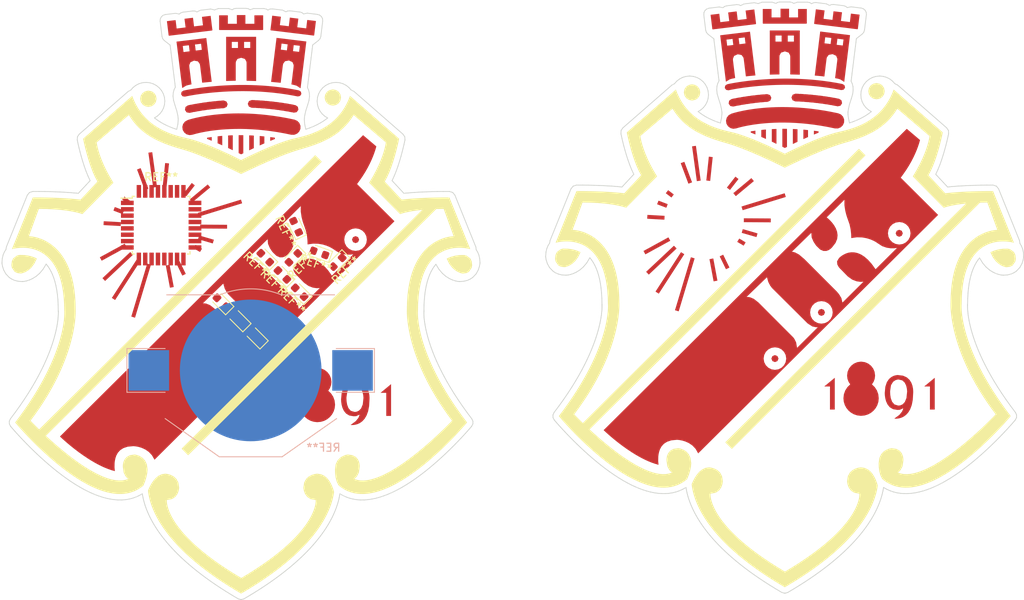
<source format=kicad_pcb>
(kicad_pcb (version 20211014) (generator pcbnew)
  (layers (0 "F.Cu" signal) (31 "B.Cu" signal) (34 "B.Paste" user) (35 "F.Paste" user) (36 "B.SilkS" user "B.Silkscreen") (37 "F.SilkS" user "F.Silkscreen") (38 "B.Mask" user) (39 "F.Mask" user) (44 "Edge.Cuts" user))
  (net 0 "")
  (footprint "LED_SMD:LED_0603_1608Metric" (layer "F.Cu") (at 76.085597 51.335147 135)
    (fp_text reference "REF**")
    (fp_text value "LED_0603_1608Metric")
  )
  (footprint "Special_Parts:aik-logo-out" (layer "F.Cu") (at 43 20)
    (fp_text reference "svg2mod" hide)
    (fp_text value "G***" hide)
    (fp_line (start 53.918626 33.088469) (end 54.107677 32.744868) (layer "Edge.Cuts") (width 0.1))
    (fp_line (start 54.018011 23.035172) (end 53.38748 23.055245) (layer "Edge.Cuts") (width 0.1))
    (fp_line (start 52.810321 23.079504) (end 52.287177 23.106767) (layer "Edge.Cuts") (width 0.1))
    (fp_line (start 28.907234 73.742861) (end 29.666909 74.192871) (layer "Edge.Cuts") (width 0.1))
    (fp_line (start 0.302355 30.608538) (end 0.144072 30.985288) (layer "Edge.Cuts") (width 0.1))
    (fp_line (start 16.471763 9.947231) (end 16.183478 10.272977) (layer "Edge.Cuts") (width 0.1))
    (fp_line (start 1.433059 52.934898) (end 1.626794 53.153638) (layer "Edge.Cuts") (width 0.1))
    (fp_line (start 30.018276 74.293942) (end 30.033886 74.294206) (layer "Edge.Cuts") (width 0.1))
    (fp_line (start 20.412966 11.187855) (end 20.275189 10.745573) (layer "Edge.Cuts") (width 0.1))
    (fp_line (start 2.531242 34.332863) (end 2.559288 34.332333) (layer "Edge.Cuts") (width 0.1))
    (fp_line (start 53.934712 42.6505) (end 53.76079 42.142878) (layer "Edge.Cuts") (width 0.1))
    (fp_line (start 30.426792 74.192871) (end 31.186488 73.742861) (layer "Edge.Cuts") (width 0.1))
    (fp_line (start 22.088449 13.437658) (end 22.139554 13.794813) (layer "Edge.Cuts") (width 0.1))
    (fp_line (start 22.484298 0.560983) (end 22.275774 0.719667) (layer "Edge.Cuts") (width 0.1))
    (fp_line (start 7.059274 37.254421) (end 7.072286 37.983054) (layer "Edge.Cuts") (width 0.1))
    (fp_line (start 41.178526 64.547864) (end 41.356176 64.221583) (layer "Edge.Cuts") (width 0.1))
    (fp_line (start 18.73778 64.221583) (end 18.915428 64.547864) (layer "Edge.Cuts") (width 0.1))
    (fp_line (start 20.275189 10.745573) (end 20.057137 10.345235) (layer "Edge.Cuts") (width 0.1))
    (fp_line (start 46.452326 61.672164) (end 46.929505 61.57417) (layer "Edge.Cuts") (width 0.1))
    (fp_line (start 12.683531 61.447103) (end 13.164294 61.57417) (layer "Edge.Cuts") (width 0.1))
    (fp_line (start 6.15921 42.6505) (end 5.960558 43.185376) (layer "Edge.Cuts") (width 0.1))
    (fp_line (start 40.00622 10.345351) (end 39.788127 10.745684) (layer "Edge.Cuts") (width 0.1))
    (fp_line (start 1.678329 50.753063) (end 1.05619 51.583696) (layer "Edge.Cuts") (width 0.1))
    (fp_line (start 49.541897 22.215206) (end 49.17354 21.820391) (layer "Edge.Cuts") (width 0.1))
    (fp_line (start 17.634188 61.001804) (end 17.668718 61.21595) (layer "Edge.Cuts") (width 0.1))
    (fp_line (start 48.378973 61.111666) (end 48.86524 60.906254) (layer "Edge.Cuts") (width 0.1))
    (fp_line (start 56.217115 33.955547) (end 56.621518 34.138227) (layer "Edge.Cuts") (width 0.1))
    (fp_line (start 7.075726 38.055021) (end 7.076883 38.071992) (layer "Edge.Cuts") (width 0.1))
    (fp_line (start 45.050748 61.776919) (end 45.512088 61.775017) (layer "Edge.Cuts") (width 0.1))
    (fp_line (start 38.65102 15.033113) (end 38.175644 15.197667) (layer "Edge.Cuts") (width 0.1))
    (fp_line (start 53.76079 42.142878) (end 53.609981 41.662912) (layer "Edge.Cuts") (width 0.1))
    (fp_line (start 3.870563 23.011871) (end 3.453183 23.140921) (layer "Edge.Cuts") (width 0.1))
    (fp_line (start 27.483575 72.85051) (end 28.179684 73.29533) (layer "Edge.Cuts") (width 0.1))
    (fp_line (start 4.383043 55.986919) (end 4.850161 56.421765) (layer "Edge.Cuts") (width 0.1))
    (fp_line (start 2.427866 54.026908) (end 2.761911 54.378185) (layer "Edge.Cuts") (width 0.1))
    (fp_line (start 59.852138 32.872322) (end 59.995392 32.425416) (layer "Edge.Cuts") (width 0.1))
    (fp_line (start 41.797709 63.292057) (end 41.916697 62.99943) (layer "Edge.Cuts") (width 0.1))
    (fp_line (start 6.500044 33.860729) (end 6.643859 34.317947) (layer "Edge.Cuts") (width 0.1))
    (fp_line (start 20.524232 0.781315) (end 20.246023 0.872927) (layer "Edge.Cuts") (width 0.1))
    (fp_line (start 21.961738 12.876113) (end 22.088449 13.437658) (layer "Edge.Cuts") (width 0.1))
    (fp_line (start 51.818689 23.135853) (end 51.405502 23.165583) (layer "Edge.Cuts") (width 0.1))
    (fp_line (start 18.428877 63.593447) (end 18.575825 63.903366) (layer "Edge.Cuts") (width 0.1))
    (fp_line (start 39.602278 11.662569) (end 39.645767 12.114434) (layer "Edge.Cuts") (width 0.1))
    (fp_line (start 15.497502 61.743832) (end 15.944002 61.674277) (layer "Edge.Cuts") (width 0.1))
    (fp_line (start 50.321342 60.15699) (end 50.909489 59.801609) (layer "Edge.Cuts") (width 0.1))
    (fp_line (start 44.224813 10.43596) (end 43.874769 10.265304) (layer "Edge.Cuts") (width 0.1))
    (fp_line (start 20.201539 3.826239) (end 20.393528 4.048125) (layer "Edge.Cuts") (width 0.1))
    (fp_line (start 41.047436 9.491055) (end 40.645354 9.708515) (layer "Edge.Cuts") (width 0.1))
    (fp_line (start 7.021126 36.575046) (end 7.059274 37.254421) (layer "Edge.Cuts") (width 0.1))
    (fp_line (start 40.553798 13.551626) (end 40.923607 13.777383) (layer "Edge.Cuts") (width 0.1))
    (fp_line (start 55.935691 46.944513) (end 55.554528 46.254535) (layer "Edge.Cuts") (width 0.1))
    (fp_line (start 33.910855 71.969937) (end 34.516767 71.534649) (layer "Edge.Cuts") (width 0.1))
    (fp_line (start 41.916697 62.99943) (end 42.022731 62.715799) (layer "Edge.Cuts") (width 0.1))
    (fp_line (start 18.575825 63.903366) (end 18.73778 64.221583) (layer "Edge.Cuts") (width 0.1))
    (fp_line (start 57.967572 53.703292) (end 58.235234 53.410986) (layer "Edge.Cuts") (width 0.1))
    (fp_line (start 1.05619 51.583696) (end 0.916588 51.889858) (layer "Edge.Cuts") (width 0.1))
    (fp_line (start 37.898096 0.701146) (end 37.689572 0.542594) (layer "Edge.Cuts") (width 0.1))
    (fp_line (start 54.309891 32.435581) (end 54.523984 32.159046) (layer "Edge.Cuts") (width 0.1))
    (fp_line (start 24.450672 70.675234) (end 24.999849 71.103004) (layer "Edge.Cuts") (width 0.1))
    (fp_line (start -0.000026 31.957963) (end 0.000238 31.97516) (layer "Edge.Cuts") (width 0.1))
    (fp_line (start 50.395426 15.82129) (end 44.224813 10.43596) (layer "Edge.Cuts") (width 0.1))
    (fp_line (start 6.959177 35.943319) (end 7.021126 36.575046) (layer "Edge.Cuts") (width 0.1))
    (fp_line (start 11.714765 61.111666) (end 12.200068 61.292442) (layer "Edge.Cuts") (width 0.1))
    (fp_line (start 38.668488 7.641519) (end 38.758529 6.913604) (layer "Edge.Cuts") (width 0.1))
    (fp_line (start 39.744732 66.661875) (end 40.030918 66.292094) (layer "Edge.Cuts") (width 0.1))
    (fp_line (start 53.205429 40.027635) (end 53.145848 39.691969) (layer "Edge.Cuts") (width 0.1))
    (fp_line (start 38.17509 12.875919) (end 38.411653 12.138025) (layer "Edge.Cuts") (width 0.1))
    (fp_line (start 30.099503 74.292883) (end 30.426792 74.192871) (layer "Edge.Cuts") (width 0.1))
    (fp_line (start 49.758245 19.830905) (end 49.958547 19.207544) (layer "Edge.Cuts") (width 0.1))
    (fp_line (start 53.017976 38.055021) (end 53.021415 37.983054) (layer "Edge.Cuts") (width 0.1))
    (fp_line (start 58.84439 34.023226) (end 59.148371 33.821952) (layer "Edge.Cuts") (width 0.1))
    (fp_line (start 58.92689 52.627838) (end 58.995652 52.546816) (layer "Edge.Cuts") (width 0.1))
    (fp_line (start 19.531881 14.049107) (end 19.158982 13.767858) (layer "Edge.Cuts") (width 0.1))
    (fp_line (start 21.72544 12.13776) (end 21.961738 12.876113) (layer "Edge.Cuts") (width 0.1))
    (fp_line (start 50.909489 59.801609) (end 51.491712 59.422803) (layer "Edge.Cuts") (width 0.1))
    (fp_line (start 42.269957 61.921206) (end 42.331022 61.675884) (layer "Edge.Cuts") (width 0.1))
    (fp_line (start 6.947971 39.691969) (end 6.888407 40.027635) (layer "Edge.Cuts") (width 0.1))
    (fp_line (start 60.026809 31.449119) (end 59.927669 31.013003) (layer "Edge.Cuts") (width 0.1))
    (fp_line (start 53.723753 57.746305) (end 54.248146 57.305106) (layer "Edge.Cuts") (width 0.1))
    (fp_line (start 23.928827 70.251571) (end 24.450672 70.675234) (layer "Edge.Cuts") (width 0.1))
    (fp_line (start 31.620328 0.027517) (end 31.168949 0.178594) (layer "Edge.Cuts") (width 0.1))
    (fp_line (start 21.145066 4.742958) (end 21.18675 5.080403) (layer "Edge.Cuts") (width 0.1))
    (fp_line (start 26.706751 0.200025) (end 26.211715 0.087313) (layer "Edge.Cuts") (width 0.1))
    (fp_line (start 30.033886 74.294206) (end 30.04394 74.294735) (layer "Edge.Cuts") (width 0.1))
    (fp_line (start 19.158982 13.767858) (end 19.523777 13.540988) (layer "Edge.Cuts") (width 0.1))
    (fp_line (start 57.253632 34.307325) (end 57.437333 34.329021) (layer "Edge.Cuts") (width 0.1))
    (fp_line (start 36.180157 0.312208) (end 35.913258 0.327389) (layer "Edge.Cuts") (width 0.1))
    (fp_line (start 18.571636 9.353585) (end 18.094299 9.30566) (layer "Edge.Cuts") (width 0.1))
    (fp_line (start 19.870711 1.617927) (end 20.109365 3.547798) (layer "Edge.Cuts") (width 0.1))
    (fp_line (start 9.454859 16.526933) (end 9.469494 16.60013) (layer "Edge.Cuts") (width 0.1))
    (fp_line (start 31.186488 73.742861) (end 31.914058 73.29533) (layer "Edge.Cuts") (width 0.1))
    (fp_line (start 23.433629 69.83225) (end 23.928827 70.251571) (layer "Edge.Cuts") (width 0.1))
    (fp_line (start 26.211715 0.087313) (end 24.926899 0.243946) (layer "Edge.Cuts") (width 0.1))
    (fp_line (start 16.815396 9.679193) (end 16.471763 9.947231) (layer "Edge.Cuts") (width 0.1))
    (fp_line (start 7.806746 23.106767) (end 7.28362 23.079504) (layer "Edge.Cuts") (width 0.1))
    (fp_line (start 2.810859 34.307079) (end 3.091943 34.248774) (layer "Edge.Cuts") (width 0.1))
    (fp_line (start 50.509418 17.130234) (end 50.580823 16.807394) (layer "Edge.Cuts") (width 0.1))
    (fp_line (start 19.796637 65.928981) (end 20.063017 66.292094) (layer "Edge.Cuts") (width 0.1))
    (fp_line (start 4.28935 33.677264) (end 4.732359 33.295149) (layer "Edge.Cuts") (width 0.1))
    (fp_line (start 39.788127 10.745684) (end 39.65032 11.187931) (layer "Edge.Cuts") (width 0.1))
    (fp_line (start 37.994513 14.10968) (end 37.98779 13.919465) (layer "Edge.Cuts") (width 0.1))
    (fp_line (start 17.635071 9.349975) (end 17.205967 9.477297) (layer "Edge.Cuts") (width 0.1))
    (fp_line (start 6.813843 40.392964) (end 6.722656 40.787554) (layer "Edge.Cuts") (width 0.1))
    (fp_line (start 38.397768 9.82908) (end 38.440098 9.487333) (layer "Edge.Cuts") (width 0.1))
    (fp_line (start 49.837284 60.427437) (end 50.321342 60.15699) (layer "Edge.Cuts") (width 0.1))
    (fp_line (start 13.164294 61.57417) (end 13.641496 61.672164) (layer "Edge.Cuts") (width 0.1))
    (fp_line (start 22.735884 0.483658) (end 22.484298 0.560983) (layer "Edge.Cuts") (width 0.1))
    (fp_line (start 58.814587 52.758415) (end 58.92689 52.627838) (layer "Edge.Cuts") (width 0.1))
    (fp_line (start 54.248146 57.305106) (end 54.75533 56.862377) (layer "Edge.Cuts") (width 0.1))
    (fp_line (start 58.042951 34.293514) (end 58.478248 34.185357) (layer "Edge.Cuts") (width 0.1))
    (fp_line (start 59.778473 30.643364) (end 59.592342 30.33395) (layer "Edge.Cuts") (width 0.1))
    (fp_line (start 3.453183 23.140921) (end 3.178678 23.480713) (layer "Edge.Cuts") (width 0.1))
    (fp_line (start 16.809978 61.419849) (end 17.227734 61.232018) (layer "Edge.Cuts") (width 0.1))
    (fp_line (start 9.772359 60.15699) (end 10.25642 60.427437) (layer "Edge.Cuts") (width 0.1))
    (fp_line (start 0.914374 33.821952) (end 1.218392 34.023226) (layer "Edge.Cuts") (width 0.1))
    (fp_line (start 50.285541 18.04868) (end 50.410742 17.55016) (layer "Edge.Cuts") (width 0.1))
    (fp_line (start 31.168949 0.178594) (end 30.946632 0.047526) (layer "Edge.Cuts") (width 0.1))
    (fp_line (start 57.503457 34.332333) (end 57.531503 34.332863) (layer "Edge.Cuts") (width 0.1))
    (fp_line (start 4.539391 46.254535) (end 4.158214 46.944513) (layer "Edge.Cuts") (width 0.1))
    (fp_line (start 20.9837 67.420511) (end 21.333391 67.808901) (layer "Edge.Cuts") (width 0.1))
    (fp_line (start 59.541542 29.979673) (end 56.915288 23.480713) (layer "Edge.Cuts") (width 0.1))
    (fp_line (start 39.43806 67.038092) (end 39.744732 66.661875) (layer "Edge.Cuts") (width 0.1))
    (fp_line (start 21.52431 10.59431) (end 21.493564 11.035663) (layer "Edge.Cuts") (width 0.1))
    (fp_line (start 50.747599 23.222247) (end 50.504169 23.246821) (layer "Edge.Cuts") (width 0.1))
    (fp_line (start 20.246023 0.872927) (end 20.024169 1.064154) (layer "Edge.Cuts") (width 0.1))
    (fp_line (start 38.440098 9.487333) (end 38.503305 8.976647) (layer "Edge.Cuts") (width 0.1))
    (fp_line (start 41.665083 63.593447) (end 41.797709 63.292057) (layer "Edge.Cuts") (width 0.1))
    (fp_line (start 20.063017 66.292094) (end 20.349198 66.661875) (layer "Edge.Cuts") (width 0.1))
    (fp_line (start 39.591496 14.626233) (end 39.124146 14.843615) (layer "Edge.Cuts") (width 0.1))
    (fp_line (start 32.610185 72.85051) (end 33.275556 72.408635) (layer "Edge.Cuts") (width 0.1))
    (fp_line (start 9.184181 59.801609) (end 9.772359 60.15699) (layer "Edge.Cuts") (width 0.1))
    (fp_line (start 29.416084 0) (end 29.15289 0.047526) (layer "Edge.Cuts") (width 0.1))
    (fp_line (start 17.824009 61.921206) (end 17.895289 62.176454) (layer "Edge.Cuts") (width 0.1))
    (fp_line (start 20.718327 14.730679) (end 20.313895 14.52856) (layer "Edge.Cuts") (width 0.1))
    (fp_line (start 1.626794 53.153638) (end 1.858427 53.410986) (layer "Edge.Cuts") (width 0.1))
    (fp_line (start 55.554528 46.254535) (end 55.20784 45.589404) (layer "Edge.Cuts") (width 0.1))
    (fp_line (start 58.478248 34.185357) (end 58.84439 34.023226) (layer "Edge.Cuts") (width 0.1))
    (fp_line (start 28.179684 73.29533) (end 28.907234 73.742861) (layer "Edge.Cuts") (width 0.1))
    (fp_line (start 42.331022 61.675884) (end 42.382558 61.440721) (layer "Edge.Cuts") (width 0.1))
    (fp_line (start 19.892374 1.325761) (end 19.870711 1.617927) (layer "Edge.Cuts") (width 0.1))
    (fp_line (start 6.76921 34.816378) (end 6.87476 35.357633) (layer "Edge.Cuts") (width 0.1))
    (fp_line (start 22.149038 13.919994) (end 22.142228 14.111885) (layer "Edge.Cuts") (width 0.1))
    (fp_line (start 49.5344 20.458899) (end 49.758245 19.830905) (layer "Edge.Cuts") (width 0.1))
    (fp_line (start 38.845579 6.209809) (end 38.923672 5.578397) (layer "Edge.Cuts") (width 0.1))
    (fp_line (start 19.840029 13.253851) (end 20.099807 12.914445) (layer "Edge.Cuts") (width 0.1))
    (fp_line (start 22.964395 69.417502) (end 23.433629 69.83225) (layer "Edge.Cuts") (width 0.1))
    (fp_line (start 9.346168 23.222247) (end 9.045563 23.194774) (layer "Edge.Cuts") (width 0.1))
    (fp_line (start 50.34982 23.081253) (end 49.981526 22.686438) (layer "Edge.Cuts") (width 0.1))
    (fp_line (start 28.930574 0.178594) (end 28.479459 0.027517) (layer "Edge.Cuts") (width 0.1))
    (fp_line (start 16.183478 10.272977) (end 15.869153 10.43596) (layer "Edge.Cuts") (width 0.1))
    (fp_line (start 3.446889 34.136253) (end 3.853442 33.951691) (layer "Edge.Cuts") (width 0.1))
    (fp_line (start 7.081272 38.20656) (end 7.081257 38.323353) (layer "Edge.Cuts") (width 0.1))
    (fp_line (start 24.260479 0.345281) (end 23.993184 0.329935) (layer "Edge.Cuts") (width 0.1))
    (fp_line (start 38.986841 5.067633) (end 39.029118 4.72578) (layer "Edge.Cuts") (width 0.1))
    (fp_line (start 49.35163 60.677684) (end 49.837284 60.427437) (layer "Edge.Cuts") (width 0.1))
    (fp_line (start 51.048258 23.194774) (end 50.747599 23.222247) (layer "Edge.Cuts") (width 0.1))
    (fp_line (start 40.544572 65.572769) (end 40.773408 65.22369) (layer "Edge.Cuts") (width 0.1))
    (fp_line (start 56.15482 55.56149) (end 56.57436 55.149125) (layer "Edge.Cuts") (width 0.1))
    (fp_line (start 21.493564 11.035663) (end 21.554168 11.548339) (layer "Edge.Cuts") (width 0.1))
    (fp_line (start 25.577043 71.534649) (end 26.182939 71.969937) (layer "Edge.Cuts") (width 0.1))
    (fp_line (start 2.019906 34.293514) (end 2.531242 34.332863) (layer "Edge.Cuts") (width 0.1))
    (fp_line (start 43.712164 61.566776) (end 44.149927 61.674277) (layer "Edge.Cuts") (width 0.1))
    (fp_line (start 60.052324 32.100442) (end 60.062507 31.974896) (layer "Edge.Cuts") (width 0.1))
    (fp_line (start 4.886089 45.589404) (end 4.539391 46.254535) (layer "Edge.Cuts") (width 0.1))
    (fp_line (start 0.210722 32.872415) (end 0.479858 33.363694) (layer "Edge.Cuts") (width 0.1))
    (fp_line (start 0.06743 32.425587) (end 0.210722 32.872415) (layer "Edge.Cuts") (width 0.1))
    (fp_line (start 2.62589 34.32899) (end 2.810859 34.307079) (layer "Edge.Cuts") (width 0.1))
    (fp_line (start 35.247236 0.22569) (end 33.96189 0.069056) (layer "Edge.Cuts") (width 0.1))
    (fp_line (start 26.182939 71.969937) (end 26.818222 72.408635) (layer "Edge.Cuts") (width 0.1))
    (fp_line (start 0.038425 31.432781) (end -0.000026 31.957963) (layer "Edge.Cuts") (width 0.1))
    (fp_line (start 3.091943 34.248774) (end 3.446889 34.136253) (layer "Edge.Cuts") (width 0.1))
    (fp_line (start 21.129863 4.61989) (end 21.145066 4.742958) (layer "Edge.Cuts") (width 0.1))
    (fp_line (start 6.643859 34.317947) (end 6.76921 34.816378) (layer "Edge.Cuts") (width 0.1))
    (fp_line (start 53.040872 38.866957) (end 53.02506 38.653953) (layer "Edge.Cuts") (width 0.1))
    (fp_line (start 49.981526 22.686438) (end 49.541897 22.215206) (layer "Edge.Cuts") (width 0.1))
    (fp_line (start 59.01899 52.518998) (end 59.17043 52.218715) (layer "Edge.Cuts") (width 0.1))
    (fp_line (start 39.645767 12.114434) (end 39.770807 12.537467) (layer "Edge.Cuts") (width 0.1))
    (fp_line (start 40.295122 9.996454) (end 40.00622 10.345351) (layer "Edge.Cuts") (width 0.1))
    (fp_line (start 0.144072 30.985288) (end 0.038425 31.432781) (layer "Edge.Cuts") (width 0.1))
    (fp_line (start 10.135339 19.207544) (end 10.335672 19.830905) (layer "Edge.Cuts") (width 0.1))
    (fp_line (start 14.581781 61.775017) (end 15.043142 61.776919) (layer "Edge.Cuts") (width 0.1))
    (fp_line (start 20.057137 10.345235) (end 19.768284 9.996355) (layer "Edge.Cuts") (width 0.1))
    (fp_line (start 41.96924 9.30566) (end 41.491891 9.353596) (layer "Edge.Cuts") (width 0.1))
    (fp_line (start 40.232966 13.264258) (end 40.553798 13.551626) (layer "Edge.Cuts") (width 0.1))
    (fp_line (start 40.281364 1.307505) (end 40.149701 1.045898) (layer "Edge.Cuts") (width 0.1))
    (fp_line (start 21.18675 5.080403) (end 21.249031 5.584586) (layer "Edge.Cuts") (width 0.1))
    (fp_line (start 18.094299 9.30566) (end 17.635071 9.349975) (layer "Edge.Cuts") (width 0.1))
    (fp_line (start 20.349198 66.661875) (end 20.655864 67.038092) (layer "Edge.Cuts") (width 0.1))
    (fp_line (start 39.65032 11.187931) (end 39.602278 11.662569) (layer "Edge.Cuts") (width 0.1))
    (fp_line (start 6.075949 23.035172) (end 5.392694 23.020464) (layer "Edge.Cuts") (width 0.1))
    (fp_line (start 49.019063 21.654823) (end 49.287758 21.073036) (layer "Edge.Cuts") (width 0.1))
    (fp_line (start 51.491712 59.422803) (end 52.066131 59.024221) (layer "Edge.Cuts") (width 0.1))
    (fp_line (start 52.066131 59.024221) (end 52.630865 58.609511) (layer "Edge.Cuts") (width 0.1))
    (fp_line (start 9.69854 15.82129) (end 9.482739 16.141766) (layer "Edge.Cuts") (width 0.1))
    (fp_line (start 53.132664 35.958256) (end 53.215766 35.375928) (layer "Edge.Cuts") (width 0.1))
    (fp_line (start 46.929505 61.57417) (end 47.410246 61.447103) (layer "Edge.Cuts") (width 0.1))
    (fp_line (start 38.364821 0.605896) (end 37.898096 0.701146) (layer "Edge.Cuts") (width 0.1))
    (fp_line (start 59.037511 51.583696) (end 58.415421 50.753063) (layer "Edge.Cuts") (width 0.1))
    (fp_line (start 55.341644 33.30573) (end 55.783156 33.683928) (layer "Edge.Cuts") (width 0.1))
    (fp_line (start 53.071715 36.585843) (end 53.132664 35.958256) (layer "Edge.Cuts") (width 0.1))
    (fp_line (start 43.24338 9.676164) (end 42.853994 9.475891) (layer "Edge.Cuts") (width 0.1))
    (fp_line (start 28.479459 0.027517) (end 27.184853 0.027517) (layer "Edge.Cuts") (width 0.1))
    (fp_line (start 56.57436 55.149125) (end 56.967285 54.753473) (layer "Edge.Cuts") (width 0.1))
    (fp_line (start 11.228483 60.906254) (end 11.714765 61.111666) (layer "Edge.Cuts") (width 0.1))
    (fp_line (start 39.044536 4.601104) (end 39.412439 4.315222) (layer "Edge.Cuts") (width 0.1))
    (fp_line (start 35.643167 70.675234) (end 36.165025 70.251571) (layer "Edge.Cuts") (width 0.1))
    (fp_line (start 24.999849 71.103004) (end 25.577043 71.534649) (layer "Edge.Cuts") (width 0.1))
    (fp_line (start 57.665772 54.026908) (end 57.967572 53.703292) (layer "Edge.Cuts") (width 0.1))
    (fp_line (start 56.915288 23.480713) (end 56.640783 23.140921) (layer "Edge.Cuts") (width 0.1))
    (fp_line (start 58.995652 52.546816) (end 59.01899 52.518998) (layer "Edge.Cuts") (width 0.1))
    (fp_line (start 19.418101 9.708445) (end 19.016061 9.491018) (layer "Edge.Cuts") (width 0.1))
    (fp_line (start 24.926899 0.243946) (end 24.497215 0.448733) (layer "Edge.Cuts") (width 0.1))
    (fp_line (start 51.405502 23.165583) (end 51.048258 23.194774) (layer "Edge.Cuts") (width 0.1))
    (fp_line (start 54.107677 32.744868) (end 54.309891 32.435581) (layer "Edge.Cuts") (width 0.1))
    (fp_line (start 19.768284 9.996355) (end 19.418101 9.708445) (layer "Edge.Cuts") (width 0.1))
    (fp_line (start 54.611394 44.335288) (end 54.358392 43.747106) (layer "Edge.Cuts") (width 0.1))
    (fp_line (start 40.149701 1.045898) (end 39.927848 0.85477) (layer "Edge.Cuts") (width 0.1))
    (fp_line (start 2.791576 49.159516) (end 2.25625 49.944869) (layer "Edge.Cuts") (width 0.1))
    (fp_line (start 56.640783 23.140921) (end 56.223403 23.011871) (layer "Edge.Cuts") (width 0.1))
    (fp_line (start 39.124146 14.843615) (end 38.65102 15.033113) (layer "Edge.Cuts") (width 0.1))
    (fp_line (start 53.012444 38.20656) (end 53.014435 38.122639) (layer "Edge.Cuts") (width 0.1))
    (fp_line (start 0.498713 30.295585) (end 0.302355 30.608538) (layer "Edge.Cuts") (width 0.1))
    (fp_line (start 0.010447 32.100679) (end 0.06743 32.425587) (layer "Edge.Cuts") (width 0.1))
    (fp_line (start 36.165025 70.251571) (end 36.660234 69.83225) (layer "Edge.Cuts") (width 0.1))
    (fp_line (start 6.994158 39.386366) (end 6.947971 39.691969) (layer "Edge.Cuts") (width 0.1))
    (fp_line (start 55.20784 45.589404) (end 54.894003 44.949521) (layer "Edge.Cuts") (width 0.1))
    (fp_line (start 54.358392 43.747106) (end 54.133372 43.185376) (layer "Edge.Cuts") (width 0.1))
    (fp_line (start 9.808275 18.04868) (end 9.95929 18.607305) (layer "Edge.Cuts") (width 0.1))
    (fp_line (start 40.494754 14.096057) (end 40.049541 14.378027) (layer "Edge.Cuts") (width 0.1))
    (fp_line (start 45.979566 61.739606) (end 46.452326 61.672164) (layer "Edge.Cuts") (width 0.1))
    (fp_line (start 7.068692 38.653953) (end 7.052895 38.866957) (layer "Edge.Cuts") (width 0.1))
    (fp_line (start 22.142228 14.111885) (end 22.09279 14.590468) (layer "Edge.Cuts") (width 0.1))
    (fp_line (start 40.297303 65.928981) (end 40.544572 65.572769) (layer "Edge.Cuts") (width 0.1))
    (fp_line (start 59.927669 31.013003) (end 59.778473 30.643364) (layer "Edge.Cuts") (width 0.1))
    (fp_line (start 37.129479 69.417502) (end 37.573446 69.007561) (layer "Edge.Cuts") (width 0.1))
    (fp_line (start 55.710548 55.986919) (end 56.15482 55.56149) (layer "Edge.Cuts") (width 0.1))
    (fp_line (start 19.109453 64.881978) (end 19.32054 65.22369) (layer "Edge.Cuts") (width 0.1))
    (fp_line (start 38.758529 6.913604) (end 38.845579 6.209809) (layer "Edge.Cuts") (width 0.1))
    (fp_line (start 53.38748 23.055245) (end 52.810321 23.079504) (layer "Edge.Cuts") (width 0.1))
    (fp_line (start 41.518134 63.903366) (end 41.665083 63.593447) (layer "Edge.Cuts") (width 0.1))
    (fp_line (start 39.780342 4.02934) (end 39.972198 3.807453) (layer "Edge.Cuts") (width 0.1))
    (fp_line (start 58.466878 53.153638) (end 58.660622 52.934898) (layer "Edge.Cuts") (width 0.1))
    (fp_line (start 55.783156 33.683928) (end 56.217115 33.955547) (layer "Edge.Cuts") (width 0.1))
    (fp_line (start 60.062771 31.957963) (end 60.026809 31.449119) (layer "Edge.Cuts") (width 0.1))
    (fp_line (start 22.101075 68.602658) (end 22.520438 69.007561) (layer "Edge.Cuts") (width 0.1))
    (fp_line (start 54.523984 32.159046) (end 54.914585 32.803316) (layer "Edge.Cuts") (width 0.1))
    (fp_line (start 57.331717 54.378185) (end 57.665772 54.026908) (layer "Edge.Cuts") (width 0.1))
    (fp_line (start 56.223403 23.011871) (end 55.436615 23.012304) (layer "Edge.Cuts") (width 0.1))
    (fp_line (start 39.110217 67.420511) (end 39.43806 67.038092) (layer "Edge.Cuts") (width 0.1))
    (fp_line (start 33.96189 0.069056) (end 33.668434 0.091248) (layer "Edge.Cuts") (width 0.1))
    (fp_line (start 22.275774 0.719667) (end 21.809578 0.624681) (layer "Edge.Cuts") (width 0.1))
    (fp_line (start 59.17043 52.218715) (end 59.176937 51.889976) (layer "Edge.Cuts") (width 0.1))
    (fp_line (start 57.302254 49.159516) (end 56.807931 48.397405) (layer "Edge.Cuts") (width 0.1))
    (fp_line (start 32.914405 0.027517) (end 31.620328 0.027517) (layer "Edge.Cuts") (width 0.1))
    (fp_line (start 7.462742 58.609511) (end 8.027492 59.024221) (layer "Edge.Cuts") (width 0.1))
    (fp_line (start 55.436615 23.012304) (end 54.70127 23.020464) (layer "Edge.Cuts") (width 0.1))
    (fp_line (start 6.888407 40.027635) (end 6.813843 40.392964) (layer "Edge.Cuts") (width 0.1))
    (fp_line (start 0.479858 33.363694) (end 0.914374 33.821952) (layer "Edge.Cuts") (width 0.1))
    (fp_line (start 2.559288 34.332333) (end 2.62589 34.32899) (layer "Edge.Cuts") (width 0.1))
    (fp_line (start 6.909563 58.182322) (end 7.462742 58.609511) (layer "Edge.Cuts") (width 0.1))
    (fp_line (start 8.027492 59.024221) (end 8.601932 59.422803) (layer "Edge.Cuts") (width 0.1))
    (fp_line (start 18.177266 62.99943) (end 18.296253 63.292057) (layer "Edge.Cuts") (width 0.1))
    (fp_line (start 56.352951 47.658936) (end 55.935691 46.944513) (layer "Edge.Cuts") (width 0.1))
    (fp_line (start 1.218392 34.023226) (end 1.584596 34.185357) (layer "Edge.Cuts") (width 0.1))
    (fp_line (start 59.592342 30.33395) (end 59.541542 29.979673) (layer "Edge.Cuts") (width 0.1))
    (fp_line (start 48.86524 60.906254) (end 49.35163 60.677684) (layer "Edge.Cuts") (width 0.1))
    (fp_line (start 21.249031 5.584586) (end 21.326025 6.207867) (layer "Edge.Cuts") (width 0.1))
    (fp_line (start 3.853442 33.951691) (end 4.28935 33.677264) (layer "Edge.Cuts") (width 0.1))
    (fp_line (start 58.235234 53.410986) (end 58.466878 53.153638) (layer "Edge.Cuts") (width 0.1))
    (fp_line (start 13.641496 61.672164) (end 14.114279 61.739606) (layer "Edge.Cuts") (width 0.1))
    (fp_line (start 0.000238 31.97516) (end 0.010447 32.100679) (layer "Edge.Cuts") (width 0.1))
    (fp_line (start 49.287758 21.073036) (end 49.5344 20.458899) (layer "Edge.Cuts") (width 0.1))
    (fp_line (start 54.75533 56.862377) (end 55.243425 56.421765) (layer "Edge.Cuts") (width 0.1))
    (fp_line (start 18.915428 64.547864) (end 19.109453 64.881978) (layer "Edge.Cuts") (width 0.1))
    (fp_line (start 33.275556 72.408635) (end 33.910855 71.969937) (layer "Edge.Cuts") (width 0.1))
    (fp_line (start 6.706473 23.055245) (end 6.075949 23.035172) (layer "Edge.Cuts") (width 0.1))
    (fp_line (start 42.198676 62.176454) (end 42.269957 61.921206) (layer "Edge.Cuts") (width 0.1))
    (fp_line (start 21.542328 15.069493) (end 21.128585 14.910338) (layer "Edge.Cuts") (width 0.1))
    (fp_line (start 42.426521 9.349609) (end 41.96924 9.30566) (layer "Edge.Cuts") (width 0.1))
    (fp_line (start 38.581425 8.345288) (end 38.668488 7.641519) (layer "Edge.Cuts") (width 0.1))
    (fp_line (start 53.443293 34.3408) (end 53.58515 33.884872) (layer "Edge.Cuts") (width 0.1))
    (fp_line (start 1.074711 52.518998) (end 1.098048 52.546816) (layer "Edge.Cuts") (width 0.1))
    (fp_line (start 10.552052 22.215206) (end 10.112382 22.686438) (layer "Edge.Cuts") (width 0.1))
    (fp_line (start 34.516767 71.534649) (end 35.093976 71.103004) (layer "Edge.Cuts") (width 0.1))
    (fp_line (start 6.162351 33.063503) (end 6.339096 33.443118) (layer "Edge.Cuts") (width 0.1))
    (fp_line (start 2.126078 53.703292) (end 2.427866 54.026908) (layer "Edge.Cuts") (width 0.1))
    (fp_line (start 37.997241 13.794296) (end 38.048314 13.437228) (layer "Edge.Cuts") (width 0.1))
    (fp_line (start 7.052895 38.866957) (end 7.028592 39.111228) (layer "Edge.Cuts") (width 0.1))
    (fp_line (start 33.186661 0.078515) (end 32.914405 0.027517) (layer "Edge.Cuts") (width 0.1))
    (fp_line (start 21.128585 14.910338) (end 20.718327 14.730679) (layer "Edge.Cuts") (width 0.1))
    (fp_line (start 30.04394 74.294735) (end 30.049761 74.294735) (layer "Edge.Cuts") (width 0.1))
    (fp_line (start 38.760519 67.808901) (end 39.110217 67.420511) (layer "Edge.Cuts") (width 0.1))
    (fp_line (start 42.459778 61.001804) (end 42.866229 61.232018) (layer "Edge.Cuts") (width 0.1))
    (fp_line (start 40.302894 1.599671) (end 40.281364 1.307505) (layer "Edge.Cuts") (width 0.1))
    (fp_line (start 6.333122 42.142878) (end 6.15921 42.6505) (layer "Edge.Cuts") (width 0.1))
    (fp_line (start 8.275208 23.135853) (end 7.806746 23.106767) (layer "Edge.Cuts") (width 0.1))
    (fp_line (start 6.87476 35.357633) (end 6.959177 35.943319) (layer "Edge.Cuts") (width 0.1))
    (fp_line (start 4.732359 33.295149) (end 5.160216 32.787521) (layer "Edge.Cuts") (width 0.1))
    (fp_line (start 21.809578 0.624681) (end 20.524232 0.781315) (layer "Edge.Cuts") (width 0.1))
    (fp_line (start 3.519247 55.149125) (end 3.938778 55.56149) (layer "Edge.Cuts") (width 0.1))
    (fp_line (start 50.638842 16.526933) (end 50.611094 16.141766) (layer "Edge.Cuts") (width 0.1))
    (fp_line (start 40.030918 66.292094) (end 40.297303 65.928981) (layer "Edge.Cuts") (width 0.1))
    (fp_line (start 41.356176 64.221583) (end 41.518134 63.903366) (layer "Edge.Cuts") (width 0.1))
    (fp_line (start 57.531503 34.332863) (end 58.042951 34.293514) (layer "Edge.Cuts") (width 0.1))
    (fp_line (start 20.295181 12.530765) (end 20.418221 12.110807) (layer "Edge.Cuts") (width 0.1))
    (fp_line (start 11.074903 21.654823) (end 10.920424 21.820391) (layer "Edge.Cuts") (width 0.1))
    (fp_line (start 21.586429 8.315906) (end 21.663422 8.939187) (layer "Edge.Cuts") (width 0.1))
    (fp_line (start 45.512088 61.775017) (end 45.979566 61.739606) (layer "Edge.Cuts") (width 0.1))
    (fp_line (start 3.938778 55.56149) (end 4.383043 55.986919) (layer "Edge.Cuts") (width 0.1))
    (fp_line (start 38.175644 15.197667) (end 38.04298 14.583941) (layer "Edge.Cuts") (width 0.1))
    (fp_line (start 59.995392 32.425416) (end 60.052324 32.100442) (layer "Edge.Cuts") (width 0.1))
    (fp_line (start 8.688362 23.165583) (end 8.275208 23.135853) (layer "Edge.Cuts") (width 0.1))
    (fp_line (start 37.98779 13.919465) (end 37.997241 13.794296) (layer "Edge.Cuts") (width 0.1))
    (fp_line (start 59.582989 33.363666) (end 59.852138 32.872322) (layer "Edge.Cuts") (width 0.1))
    (fp_line (start 20.313895 14.52856) (end 19.917633 14.302022) (layer "Edge.Cuts") (width 0.1))
    (fp_line (start 22.520438 69.007561) (end 22.964395 69.417502) (layer "Edge.Cuts") (width 0.1))
    (fp_line (start 29.666909 74.192871) (end 30.011926 74.293677) (layer "Edge.Cuts") (width 0.1))
    (fp_line (start 20.460996 11.662569) (end 20.412966 11.187855) (layer "Edge.Cuts") (width 0.1))
    (fp_line (start 52.630865 58.609511) (end 53.184033 58.182322) (layer "Edge.Cuts") (width 0.1))
    (fp_line (start 47.893688 61.292442) (end 48.378973 61.111666) (layer "Edge.Cuts") (width 0.1))
    (fp_line (start 9.95929 18.607305) (end 10.135339 19.207544) (layer "Edge.Cuts") (width 0.1))
    (fp_line (start 56.807931 48.397405) (end 56.352951 47.658936) (layer "Edge.Cuts") (width 0.1))
    (fp_line (start 39.927848 0.85477) (end 39.649638 0.763058) (layer "Edge.Cuts") (width 0.1))
    (fp_line (start 1.858427 53.410986) (end 2.126078 53.703292) (layer "Edge.Cuts") (width 0.1))
    (fp_line (start 6.722656 40.787554) (end 6.613222 41.211004) (layer "Edge.Cuts") (width 0.1))
    (fp_line (start 54.914585 32.803316) (end 55.341644 33.30573) (layer "Edge.Cuts") (width 0.1))
    (fp_line (start 22.139554 13.794813) (end 22.149038 13.919994) (layer "Edge.Cuts") (width 0.1))
    (fp_line (start 21.957215 15.210102) (end 21.542328 15.069493) (layer "Edge.Cuts") (width 0.1))
    (fp_line (start 39.770807 12.537467) (end 39.969255 12.923474) (layer "Edge.Cuts") (width 0.1))
    (fp_line (start 50.624213 16.60013) (end 50.638842 16.526933) (layer "Edge.Cuts") (width 0.1))
    (fp_line (start 24.497215 0.448733) (end 24.260479 0.345281) (layer "Edge.Cuts") (width 0.1))
    (fp_line (start 16.381781 61.566776) (end 16.809978 61.419849) (layer "Edge.Cuts") (width 0.1))
    (fp_line (start 21.767388 9.780815) (end 21.78259 9.903883) (layer "Edge.Cuts") (width 0.1))
    (fp_line (start 36.660234 69.83225) (end 37.129479 69.417502) (layer "Edge.Cuts") (width 0.1))
    (fp_line (start 10.920424 21.820391) (end 10.552052 22.215206) (layer "Edge.Cuts") (width 0.1))
    (fp_line (start 56.621518 34.138227) (end 56.974359 34.249607) (layer "Edge.Cuts") (width 0.1))
    (fp_line (start 35.913258 0.327389) (end 35.676919 0.430477) (layer "Edge.Cuts") (width 0.1))
    (fp_line (start 3.126331 54.753473) (end 3.519247 55.149125) (layer "Edge.Cuts") (width 0.1))
    (fp_line (start 42.382558 61.440721) (end 42.425248 61.21595) (layer "Edge.Cuts") (width 0.1))
    (fp_line (start 17.668718 61.21595) (end 17.711408 61.440721) (layer "Edge.Cuts") (width 0.1))
    (fp_line (start 21.663422 8.939187) (end 21.725703 9.44337) (layer "Edge.Cuts") (width 0.1))
    (fp_line (start 20.024169 1.064154) (end 19.892374 1.325761) (layer "Edge.Cuts") (width 0.1))
    (fp_line (start 40.984498 64.881978) (end 41.178526 64.547864) (layer "Edge.Cuts") (width 0.1))
    (fp_line (start 21.500608 7.621166) (end 21.586429 8.315906) (layer "Edge.Cuts") (width 0.1))
    (fp_line (start 4.158214 46.944513) (end 3.740934 47.658936) (layer "Edge.Cuts") (width 0.1))
    (fp_line (start 20.393528 4.048125) (end 21.129863 4.61989) (layer "Edge.Cuts") (width 0.1))
    (fp_line (start 53.01682 38.071992) (end 53.017976 38.055021) (layer "Edge.Cuts") (width 0.1))
    (fp_line (start 37.689572 0.542594) (end 37.437986 0.465402) (layer "Edge.Cuts") (width 0.1))
    (fp_line (start 30.683438 0) (end 29.416084 0) (layer "Edge.Cuts") (width 0.1))
    (fp_line (start 21.725703 9.44337) (end 21.767388 9.780815) (layer "Edge.Cuts") (width 0.1))
    (fp_line (start 15.944002 61.674277) (end 16.381781 61.566776) (layer "Edge.Cuts") (width 0.1))
    (fp_line (start 49.958547 19.207544) (end 50.134561 18.607305) (layer "Edge.Cuts") (width 0.1))
    (fp_line (start 7.081257 38.323353) (end 7.077605 38.472618) (layer "Edge.Cuts") (width 0.1))
    (fp_line (start 30.049761 74.294735) (end 30.099503 74.292883) (layer "Edge.Cuts") (width 0.1))
    (fp_line (start 4.657351 23.012304) (end 3.870563 23.011871) (layer "Edge.Cuts") (width 0.1))
    (fp_line (start 41.491891 9.353596) (end 41.047436 9.491055) (layer "Edge.Cuts") (width 0.1))
    (fp_line (start 20.109365 3.547798) (end 20.201539 3.826239) (layer "Edge.Cuts") (width 0.1))
    (fp_line (start 7.28362 23.079504) (end 6.706473 23.055245) (layer "Edge.Cuts") (width 0.1))
    (fp_line (start 38.617945 10.635975) (end 38.525597 10.266193) (layer "Edge.Cuts") (width 0.1))
    (fp_line (start 19.549373 65.572769) (end 19.796637 65.928981) (layer "Edge.Cuts") (width 0.1))
    (fp_line (start 17.977469 62.441396) (end 18.071233 62.715799) (layer "Edge.Cuts") (width 0.1))
    (fp_line (start 9.482739 16.141766) (end 9.454859 16.526933) (layer "Edge.Cuts") (width 0.1))
    (fp_line (start 19.917633 14.302022) (end 19.531881 14.049107) (layer "Edge.Cuts") (width 0.1))
    (fp_line (start 21.326025 6.207867) (end 21.411845 6.902607) (layer "Edge.Cuts") (width 0.1))
    (fp_line (start 8.601932 59.422803) (end 9.184181 59.801609) (layer "Edge.Cuts") (width 0.1))
    (fp_line (start 53.02506 38.653953) (end 53.016133 38.472618) (layer "Edge.Cuts") (width 0.1))
    (fp_line (start 38.382284 9.953625) (end 38.397768 9.82908) (layer "Edge.Cuts") (width 0.1))
    (fp_line (start 54.133372 43.185376) (end 53.934712 42.6505) (layer "Edge.Cuts") (width 0.1))
    (fp_line (start 17.227734 61.232018) (end 17.634188 61.001804) (layer "Edge.Cuts") (width 0.1))
    (fp_line (start 30.011926 74.293677) (end 30.018276 74.293942) (layer "Edge.Cuts") (width 0.1))
    (fp_line (start 2.25625 49.944869) (end 1.678329 50.753063) (layer "Edge.Cuts") (width 0.1))
    (fp_line (start 35.093976 71.103004) (end 35.643167 70.675234) (layer "Edge.Cuts") (width 0.1))
    (fp_line (start 43.874769 10.265304) (end 43.586399 9.942083) (layer "Edge.Cuts") (width 0.1))
    (fp_line (start 7.028592 39.111228) (end 6.994158 39.386366) (layer "Edge.Cuts") (width 0.1))
    (fp_line (start 42.116496 62.441396) (end 42.198676 62.176454) (layer "Edge.Cuts") (width 0.1))
    (fp_line (start 50.611094 16.141766) (end 50.395426 15.82129) (layer "Edge.Cuts") (width 0.1))
    (fp_line (start 53.371214 40.787554) (end 53.28001 40.392964) (layer "Edge.Cuts") (width 0.1))
    (fp_line (start 9.589532 23.246821) (end 9.346168 23.222247) (layer "Edge.Cuts") (width 0.1))
    (fp_line (start 5.766802 32.411831) (end 5.971142 32.720277) (layer "Edge.Cuts") (width 0.1))
    (fp_line (start 7.076883 38.071992) (end 7.079273 38.122639) (layer "Edge.Cuts") (width 0.1))
    (fp_line (start 39.029118 4.72578) (end 39.044536 4.601104) (layer "Edge.Cuts") (width 0.1))
    (fp_line (start 20.655864 67.038092) (end 20.9837 67.420511) (layer "Edge.Cuts") (width 0.1))
    (fp_line (start 0.916588 51.889858) (end 0.923095 52.218657) (layer "Edge.Cuts") (width 0.1))
    (fp_line (start 15.869153 10.43596) (end 9.69854 15.82129) (layer "Edge.Cuts") (width 0.1))
    (fp_line (start 9.74401 23.081253) (end 9.589532 23.246821) (layer "Edge.Cuts") (width 0.1))
    (fp_line (start 39.972198 3.807453) (end 40.06424 3.529013) (layer "Edge.Cuts") (width 0.1))
    (fp_line (start 17.895289 62.176454) (end 17.977469 62.441396) (layer "Edge.Cuts") (width 0.1))
    (fp_line (start 43.283978 61.419849) (end 43.712164 61.566776) (layer "Edge.Cuts") (width 0.1))
    (fp_line (start 20.099807 12.914445) (end 20.295181 12.530765) (layer "Edge.Cuts") (width 0.1))
    (fp_line (start 5.960558 43.185376) (end 5.735543 43.747106) (layer "Edge.Cuts") (width 0.1))
    (fp_line (start 38.578728 11.566737) (end 38.641574 11.06786) (layer "Edge.Cuts") (width 0.1))
    (fp_line (start 56.974359 34.249607) (end 57.253632 34.307325) (layer "Edge.Cuts") (width 0.1))
    (fp_line (start 38.388281 68.203027) (end 38.760519 67.808901) (layer "Edge.Cuts") (width 0.1))
    (fp_line (start 7.077605 38.472618) (end 7.068692 38.653953) (layer "Edge.Cuts") (width 0.1))
    (fp_line (start 14.114279 61.739606) (end 14.581781 61.775017) (layer "Edge.Cuts") (width 0.1))
    (fp_line (start 29.15289 0.047526) (end 28.930574 0.178594) (layer "Edge.Cuts") (width 0.1))
    (fp_line (start 54.70127 23.020464) (end 54.018011 23.035172) (layer "Edge.Cuts") (width 0.1))
    (fp_line (start 35.676919 0.430477) (end 35.247236 0.22569) (layer "Edge.Cuts") (width 0.1))
    (fp_line (start 53.319738 34.837298) (end 53.443293 34.3408) (layer "Edge.Cuts") (width 0.1))
    (fp_line (start 1.584596 34.185357) (end 2.019906 34.293514) (layer "Edge.Cuts") (width 0.1))
    (fp_line (start 5.845438 57.305106) (end 6.369835 57.746305) (layer "Edge.Cuts") (width 0.1))
    (fp_line (start 18.296253 63.292057) (end 18.428877 63.593447) (layer "Edge.Cuts") (width 0.1))
    (fp_line (start 6.339096 33.443118) (end 6.500044 33.860729) (layer "Edge.Cuts") (width 0.1))
    (fp_line (start 3.740934 47.658936) (end 3.28593 48.397405) (layer "Edge.Cuts") (width 0.1))
    (fp_line (start 56.967285 54.753473) (end 57.331717 54.378185) (layer "Edge.Cuts") (width 0.1))
    (fp_line (start 50.134561 18.607305) (end 50.285541 18.04868) (layer "Edge.Cuts") (width 0.1))
    (fp_line (start 50.504169 23.246821) (end 50.34982 23.081253) (layer "Edge.Cuts") (width 0.1))
    (fp_line (start 40.923607 13.777383) (end 40.494754 14.096057) (layer "Edge.Cuts") (width 0.1))
    (fp_line (start 0.923095 52.218657) (end 1.074711 52.518998) (layer "Edge.Cuts") (width 0.1))
    (fp_line (start 17.205967 9.477297) (end 16.815396 9.679193) (layer "Edge.Cuts") (width 0.1))
    (fp_line (start 53.014435 38.122639) (end 53.01682 38.071992) (layer "Edge.Cuts") (width 0.1))
    (fp_line (start 5.160216 32.787521) (end 5.550667 32.136556) (layer "Edge.Cuts") (width 0.1))
    (fp_line (start 44.596408 61.743832) (end 45.050748 61.776919) (layer "Edge.Cuts") (width 0.1))
    (fp_line (start 7.079273 38.122639) (end 7.081272 38.20656) (layer "Edge.Cuts") (width 0.1))
    (fp_line (start 31.914058 73.29533) (end 32.610185 72.85051) (layer "Edge.Cuts") (width 0.1))
    (fp_line (start 21.705621 68.203027) (end 22.101075 68.602658) (layer "Edge.Cuts") (width 0.1))
    (fp_line (start 38.923672 5.578397) (end 38.986841 5.067633) (layer "Edge.Cuts") (width 0.1))
    (fp_line (start 21.411845 6.902607) (end 21.500608 7.621166) (layer "Edge.Cuts") (width 0.1))
    (fp_line (start 9.469494 16.60013) (end 9.512901 16.807394) (layer "Edge.Cuts") (width 0.1))
    (fp_line (start 5.482542 44.335288) (end 5.199932 44.949521) (layer "Edge.Cuts") (width 0.1))
    (fp_line (start 6.483919 41.662912) (end 6.333122 42.142878) (layer "Edge.Cuts") (width 0.1))
    (fp_line (start 53.012469 38.323353) (end 53.012444 38.20656) (layer "Edge.Cuts") (width 0.1))
    (fp_line (start 38.411653 12.138025) (end 38.411653 12.137496) (layer "Edge.Cuts") (width 0.1))
    (fp_line (start 53.215766 35.375928) (end 53.319738 34.837298) (layer "Edge.Cuts") (width 0.1))
    (fp_line (start 53.016133 38.472618) (end 53.012469 38.323353) (layer "Edge.Cuts") (width 0.1))
    (fp_line (start 5.550667 32.136556) (end 5.766802 32.411831) (layer "Edge.Cuts") (width 0.1))
    (fp_line (start 10.25642 60.427437) (end 10.742081 60.677684) (layer "Edge.Cuts") (width 0.1))
    (fp_line (start 55.243425 56.421765) (end 55.710548 55.986919) (layer "Edge.Cuts") (width 0.1))
    (fp_line (start 38.048314 13.437228) (end 38.17509 12.875919) (layer "Edge.Cuts") (width 0.1))
    (fp_line (start 9.512901 16.807394) (end 9.584332 17.130234) (layer "Edge.Cuts") (width 0.1))
    (fp_line (start 9.683039 17.55016) (end 9.808275 18.04868) (layer "Edge.Cuts") (width 0.1))
    (fp_line (start 3.178678 23.480713) (end 0.552159 29.979673) (layer "Edge.Cuts") (width 0.1))
    (fp_line (start 19.32054 65.22369) (end 19.549373 65.572769) (layer "Edge.Cuts") (width 0.1))
    (fp_line (start 21.627091 10.218858) (end 21.52431 10.59431) (layer "Edge.Cuts") (width 0.1))
    (fp_line (start 40.049541 14.378027) (end 39.591496 14.626233) (layer "Edge.Cuts") (width 0.1))
    (fp_line (start 10.806202 21.073036) (end 11.074903 21.654823) (layer "Edge.Cuts") (width 0.1))
    (fp_line (start 19.016061 9.491018) (end 18.571636 9.353585) (layer "Edge.Cuts") (width 0.1))
    (fp_line (start 33.668434 0.091248) (end 33.414467 0.21881) (layer "Edge.Cuts") (width 0.1))
    (fp_line (start 40.773408 65.22369) (end 40.984498 64.881978) (layer "Edge.Cuts") (width 0.1))
    (fp_line (start 5.392694 23.020464) (end 4.657351 23.012304) (layer "Edge.Cuts") (width 0.1))
    (fp_line (start 37.437986 0.465402) (end 36.180157 0.312208) (layer "Edge.Cuts") (width 0.1))
    (fp_line (start 59.176937 51.889976) (end 59.037511 51.583696) (layer "Edge.Cuts") (width 0.1))
    (fp_line (start 53.28001 40.392964) (end 53.205429 40.027635) (layer "Edge.Cuts") (width 0.1))
    (fp_line (start 53.184033 58.182322) (end 53.723753 57.746305) (layer "Edge.Cuts") (width 0.1))
    (fp_line (start 53.021415 37.983054) (end 53.034204 37.260255) (layer "Edge.Cuts") (width 0.1))
    (fp_line (start 19.523777 13.540988) (end 19.840029 13.253851) (layer "Edge.Cuts") (width 0.1))
    (fp_line (start 3.28593 48.397405) (end 2.791576 49.159516) (layer "Edge.Cuts") (width 0.1))
    (fp_line (start 9.045563 23.194774) (end 8.688362 23.165583) (layer "Edge.Cuts") (width 0.1))
    (fp_line (start 50.410742 17.55016) (end 50.509418 17.130234) (layer "Edge.Cuts") (width 0.1))
    (fp_line (start 58.415421 50.753063) (end 57.837543 49.944869) (layer "Edge.Cuts") (width 0.1))
    (fp_line (start 42.425248 61.21595) (end 42.459778 61.001804) (layer "Edge.Cuts") (width 0.1))
    (fp_line (start 27.184853 0.027517) (end 26.706751 0.200025) (layer "Edge.Cuts") (width 0.1))
    (fp_line (start 42.022731 62.715799) (end 42.116496 62.441396) (layer "Edge.Cuts") (width 0.1))
    (fp_line (start 53.145848 39.691969) (end 53.099643 39.386366) (layer "Edge.Cuts") (width 0.1))
    (fp_line (start 5.971142 32.720277) (end 6.162351 33.063503) (layer "Edge.Cuts") (width 0.1))
    (fp_line (start 30.946632 0.047526) (end 30.683438 0) (layer "Edge.Cuts") (width 0.1))
    (fp_line (start 42.866229 61.232018) (end 43.283978 61.419849) (layer "Edge.Cuts") (width 0.1))
    (fp_line (start 38.503305 8.976647) (end 38.581425 8.345288) (layer "Edge.Cuts") (width 0.1))
    (fp_line (start 57.837543 49.944869) (end 57.302254 49.159516) (layer "Edge.Cuts") (width 0.1))
    (fp_line (start 42.853994 9.475891) (end 42.426521 9.349609) (layer "Edge.Cuts") (width 0.1))
    (fp_line (start 47.410246 61.447103) (end 47.893688 61.292442) (layer "Edge.Cuts") (width 0.1))
    (fp_line (start 39.969255 12.923474) (end 40.232966 13.264258) (layer "Edge.Cuts") (width 0.1))
    (fp_line (start 54.894003 44.949521) (end 54.611394 44.335288) (layer "Edge.Cuts") (width 0.1))
    (fp_line (start 4.850161 56.421765) (end 5.338253 56.862377) (layer "Edge.Cuts") (width 0.1))
    (fp_line (start 40.06424 3.529013) (end 40.302894 1.599671) (layer "Edge.Cuts") (width 0.1))
    (fp_line (start 17.762943 61.675884) (end 17.824009 61.921206) (layer "Edge.Cuts") (width 0.1))
    (fp_line (start 38.04298 14.583941) (end 37.994513 14.10968) (layer "Edge.Cuts") (width 0.1))
    (fp_line (start 2.761911 54.378185) (end 3.126331 54.753473) (layer "Edge.Cuts") (width 0.1))
    (fp_line (start 21.78259 9.903883) (end 21.627091 10.218858) (layer "Edge.Cuts") (width 0.1))
    (fp_line (start 12.200068 61.292442) (end 12.683531 61.447103) (layer "Edge.Cuts") (width 0.1))
    (fp_line (start 15.043142 61.776919) (end 15.497502 61.743832) (layer "Edge.Cuts") (width 0.1))
    (fp_line (start 49.17354 21.820391) (end 49.019063 21.654823) (layer "Edge.Cuts") (width 0.1))
    (fp_line (start 6.613222 41.211004) (end 6.483919 41.662912) (layer "Edge.Cuts") (width 0.1))
    (fp_line (start 57.437333 34.329021) (end 57.503457 34.332333) (layer "Edge.Cuts") (width 0.1))
    (fp_line (start 17.711408 61.440721) (end 17.762943 61.675884) (layer "Edge.Cuts") (width 0.1))
    (fp_line (start 26.818222 72.408635) (end 27.483575 72.85051) (layer "Edge.Cuts") (width 0.1))
    (fp_line (start 39.649638 0.763058) (end 38.364821 0.605896) (layer "Edge.Cuts") (width 0.1))
    (fp_line (start 5.199932 44.949521) (end 4.886089 45.589404) (layer "Edge.Cuts") (width 0.1))
    (fp_line (start 50.580823 16.807394) (end 50.624213 16.60013) (layer "Edge.Cuts") (width 0.1))
    (fp_line (start 18.071233 62.715799) (end 18.177266 62.99943) (layer "Edge.Cuts") (width 0.1))
    (fp_line (start 1.166805 52.627838) (end 1.279103 52.758415) (layer "Edge.Cuts") (width 0.1))
    (fp_line (start 53.58515 33.884872) (end 53.744022 33.467949) (layer "Edge.Cuts") (width 0.1))
    (fp_line (start 44.149927 61.674277) (end 44.596408 61.743832) (layer "Edge.Cuts") (width 0.1))
    (fp_line (start 10.112382 22.686438) (end 9.74401 23.081253) (layer "Edge.Cuts") (width 0.1))
    (fp_line (start 1.279103 52.758415) (end 1.433059 52.934898) (layer "Edge.Cuts") (width 0.1))
    (fp_line (start 21.333391 67.808901) (end 21.705621 68.203027) (layer "Edge.Cuts") (width 0.1))
    (fp_line (start 23.993184 0.329935) (end 22.735884 0.483658) (layer "Edge.Cuts") (width 0.1))
    (fp_line (start 43.586399 9.942083) (end 43.24338 9.676164) (layer "Edge.Cuts") (width 0.1))
    (fp_line (start 53.065192 39.111228) (end 53.040872 38.866957) (layer "Edge.Cuts") (width 0.1))
    (fp_line (start 37.992818 68.602658) (end 38.388281 68.203027) (layer "Edge.Cuts") (width 0.1))
    (fp_line (start 22.09279 14.590468) (end 21.957215 15.210102) (layer "Edge.Cuts") (width 0.1))
    (fp_line (start 58.660622 52.934898) (end 58.814587 52.758415) (layer "Edge.Cuts") (width 0.1))
    (fp_line (start 10.559542 20.458899) (end 10.806202 21.073036) (layer "Edge.Cuts") (width 0.1))
    (fp_line (start 53.099643 39.386366) (end 53.065192 39.111228) (layer "Edge.Cuts") (width 0.1))
    (fp_line (start 10.742081 60.677684) (end 11.228483 60.906254) (layer "Edge.Cuts") (width 0.1))
    (fp_line (start 20.418221 12.110807) (end 20.460996 11.662569) (layer "Edge.Cuts") (width 0.1))
    (fp_line (start 10.335672 19.830905) (end 10.559542 20.458899) (layer "Edge.Cuts") (width 0.1))
    (fp_line (start 0.552159 29.979673) (end 0.498713 30.295585) (layer "Edge.Cuts") (width 0.1))
    (fp_line (start 40.645354 9.708515) (end 40.295122 9.996454) (layer "Edge.Cuts") (width 0.1))
    (fp_line (start 5.338253 56.862377) (end 5.845438 57.305106) (layer "Edge.Cuts") (width 0.1))
    (fp_line (start 38.411653 12.137496) (end 38.578728 11.566737) (layer "Edge.Cuts") (width 0.1))
    (fp_line (start 38.641574 11.06786) (end 38.617945 10.635975) (layer "Edge.Cuts") (width 0.1))
    (fp_line (start 39.412439 4.315222) (end 39.780342 4.02934) (layer "Edge.Cuts") (width 0.1))
    (fp_line (start 9.584332 17.130234) (end 9.683039 17.55016) (layer "Edge.Cuts") (width 0.1))
    (fp_line (start 38.525597 10.266193) (end 38.382284 9.953625) (layer "Edge.Cuts") (width 0.1))
    (fp_line (start 33.414467 0.21881) (end 33.186661 0.078515) (layer "Edge.Cuts") (width 0.1))
    (fp_line (start 60.062507 31.974896) (end 60.062771 31.957963) (layer "Edge.Cuts") (width 0.1))
    (fp_line (start 53.744022 33.467949) (end 53.918626 33.088469) (layer "Edge.Cuts") (width 0.1))
    (fp_line (start 52.287177 23.106767) (end 51.818689 23.135853) (layer "Edge.Cuts") (width 0.1))
    (fp_line (start 59.148371 33.821952) (end 59.582989 33.363666) (layer "Edge.Cuts") (width 0.1))
    (fp_line (start 1.098048 52.546816) (end 1.166805 52.627838) (layer "Edge.Cuts") (width 0.1))
    (fp_line (start 53.034204 37.260255) (end 53.071715 36.585843) (layer "Edge.Cuts") (width 0.1))
    (fp_line (start 5.735543 43.747106) (end 5.482542 44.335288) (layer "Edge.Cuts") (width 0.1))
    (fp_line (start 6.369835 57.746305) (end 6.909563 58.182322) (layer "Edge.Cuts") (width 0.1))
    (fp_line (start 53.480663 41.211004) (end 53.371214 40.787554) (layer "Edge.Cuts") (width 0.1))
    (fp_line (start 21.554168 11.548339) (end 21.72544 12.13776) (layer "Edge.Cuts") (width 0.1))
    (fp_line (start 37.573446 69.007561) (end 37.992818 68.602658) (layer "Edge.Cuts") (width 0.1))
    (fp_line (start 7.072286 37.983054) (end 7.075726 38.055021) (layer "Edge.Cuts") (width 0.1))
    (fp_line (start 53.609981 41.662912) (end 53.480663 41.211004) (layer "Edge.Cuts") (width 0.1))
  )
  (footprint "Package_QFP:TQFP-32_7x7mm_P0.8mm" (layer "F.Cu") (at 63 47.25)
    (fp_text reference "REF**")
    (fp_text value "TQFP-32_7x7mm_P0.8mm")
  )
  (footprint "Special_Parts:aik-logo-out" (layer "F.Cu") (at 111.318615 19.202633)
    (fp_text reference "svg2mod" hide)
    (fp_text value "G***" hide)
    (fp_line (start 60.026809 31.449119) (end 59.927669 31.013003) (layer "Edge.Cuts") (width 0.1))
    (fp_line (start 33.414467 0.21881) (end 33.186661 0.078515) (layer "Edge.Cuts") (width 0.1))
    (fp_line (start 3.446889 34.136253) (end 3.853442 33.951691) (layer "Edge.Cuts") (width 0.1))
    (fp_line (start 40.302894 1.599671) (end 40.281364 1.307505) (layer "Edge.Cuts") (width 0.1))
    (fp_line (start 50.285541 18.04868) (end 50.410742 17.55016) (layer "Edge.Cuts") (width 0.1))
    (fp_line (start 10.920424 21.820391) (end 10.552052 22.215206) (layer "Edge.Cuts") (width 0.1))
    (fp_line (start 40.295122 9.996454) (end 40.00622 10.345351) (layer "Edge.Cuts") (width 0.1))
    (fp_line (start 6.959177 35.943319) (end 7.021126 36.575046) (layer "Edge.Cuts") (width 0.1))
    (fp_line (start 53.205429 40.027635) (end 53.145848 39.691969) (layer "Edge.Cuts") (width 0.1))
    (fp_line (start 6.994158 39.386366) (end 6.947971 39.691969) (layer "Edge.Cuts") (width 0.1))
    (fp_line (start 50.134561 18.607305) (end 50.285541 18.04868) (layer "Edge.Cuts") (width 0.1))
    (fp_line (start 40.297303 65.928981) (end 40.544572 65.572769) (layer "Edge.Cuts") (width 0.1))
    (fp_line (start 51.048258 23.194774) (end 50.747599 23.222247) (layer "Edge.Cuts") (width 0.1))
    (fp_line (start 18.177266 62.99943) (end 18.296253 63.292057) (layer "Edge.Cuts") (width 0.1))
    (fp_line (start 24.450672 70.675234) (end 24.999849 71.103004) (layer "Edge.Cuts") (width 0.1))
    (fp_line (start 38.923672 5.578397) (end 38.986841 5.067633) (layer "Edge.Cuts") (width 0.1))
    (fp_line (start 31.620328 0.027517) (end 31.168949 0.178594) (layer "Edge.Cuts") (width 0.1))
    (fp_line (start 20.057137 10.345235) (end 19.768284 9.996355) (layer "Edge.Cuts") (width 0.1))
    (fp_line (start 53.918626 33.088469) (end 54.107677 32.744868) (layer "Edge.Cuts") (width 0.1))
    (fp_line (start 45.979566 61.739606) (end 46.452326 61.672164) (layer "Edge.Cuts") (width 0.1))
    (fp_line (start 4.539391 46.254535) (end 4.158214 46.944513) (layer "Edge.Cuts") (width 0.1))
    (fp_line (start 52.810321 23.079504) (end 52.287177 23.106767) (layer "Edge.Cuts") (width 0.1))
    (fp_line (start 3.178678 23.480713) (end 0.552159 29.979673) (layer "Edge.Cuts") (width 0.1))
    (fp_line (start 39.029118 4.72578) (end 39.044536 4.601104) (layer "Edge.Cuts") (width 0.1))
    (fp_line (start 21.411845 6.902607) (end 21.500608 7.621166) (layer "Edge.Cuts") (width 0.1))
    (fp_line (start 58.042951 34.293514) (end 58.478248 34.185357) (layer "Edge.Cuts") (width 0.1))
    (fp_line (start 19.418101 9.708445) (end 19.016061 9.491018) (layer "Edge.Cuts") (width 0.1))
    (fp_line (start 59.582989 33.363666) (end 59.852138 32.872322) (layer "Edge.Cuts") (width 0.1))
    (fp_line (start 7.462742 58.609511) (end 8.027492 59.024221) (layer "Edge.Cuts") (width 0.1))
    (fp_line (start 37.98779 13.919465) (end 37.997241 13.794296) (layer "Edge.Cuts") (width 0.1))
    (fp_line (start 9.808275 18.04868) (end 9.95929 18.607305) (layer "Edge.Cuts") (width 0.1))
    (fp_line (start 53.021415 37.983054) (end 53.034204 37.260255) (layer "Edge.Cuts") (width 0.1))
    (fp_line (start 6.500044 33.860729) (end 6.643859 34.317947) (layer "Edge.Cuts") (width 0.1))
    (fp_line (start 19.531881 14.049107) (end 19.158982 13.767858) (layer "Edge.Cuts") (width 0.1))
    (fp_line (start 30.049761 74.294735) (end 30.099503 74.292883) (layer "Edge.Cuts") (width 0.1))
    (fp_line (start 45.512088 61.775017) (end 45.979566 61.739606) (layer "Edge.Cuts") (width 0.1))
    (fp_line (start 58.235234 53.410986) (end 58.466878 53.153638) (layer "Edge.Cuts") (width 0.1))
    (fp_line (start 22.088449 13.437658) (end 22.139554 13.794813) (layer "Edge.Cuts") (width 0.1))
    (fp_line (start 0.498713 30.295585) (end 0.302355 30.608538) (layer "Edge.Cuts") (width 0.1))
    (fp_line (start 49.35163 60.677684) (end 49.837284 60.427437) (layer "Edge.Cuts") (width 0.1))
    (fp_line (start 56.915288 23.480713) (end 56.640783 23.140921) (layer "Edge.Cuts") (width 0.1))
    (fp_line (start 7.075726 38.055021) (end 7.076883 38.071992) (layer "Edge.Cuts") (width 0.1))
    (fp_line (start 18.73778 64.221583) (end 18.915428 64.547864) (layer "Edge.Cuts") (width 0.1))
    (fp_line (start 53.071715 36.585843) (end 53.132664 35.958256) (layer "Edge.Cuts") (width 0.1))
    (fp_line (start 49.5344 20.458899) (end 49.758245 19.830905) (layer "Edge.Cuts") (width 0.1))
    (fp_line (start 5.971142 32.720277) (end 6.162351 33.063503) (layer "Edge.Cuts") (width 0.1))
    (fp_line (start 50.624213 16.60013) (end 50.638842 16.526933) (layer "Edge.Cuts") (width 0.1))
    (fp_line (start 21.52431 10.59431) (end 21.493564 11.035663) (layer "Edge.Cuts") (width 0.1))
    (fp_line (start 57.665772 54.026908) (end 57.967572 53.703292) (layer "Edge.Cuts") (width 0.1))
    (fp_line (start 14.114279 61.739606) (end 14.581781 61.775017) (layer "Edge.Cuts") (width 0.1))
    (fp_line (start 30.011926 74.293677) (end 30.018276 74.293942) (layer "Edge.Cuts") (width 0.1))
    (fp_line (start 6.909563 58.182322) (end 7.462742 58.609511) (layer "Edge.Cuts") (width 0.1))
    (fp_line (start 45.050748 61.776919) (end 45.512088 61.775017) (layer "Edge.Cuts") (width 0.1))
    (fp_line (start 6.76921 34.816378) (end 6.87476 35.357633) (layer "Edge.Cuts") (width 0.1))
    (fp_line (start 40.645354 9.708515) (end 40.295122 9.996454) (layer "Edge.Cuts") (width 0.1))
    (fp_line (start 7.021126 36.575046) (end 7.059274 37.254421) (layer "Edge.Cuts") (width 0.1))
    (fp_line (start 52.630865 58.609511) (end 53.184033 58.182322) (layer "Edge.Cuts") (width 0.1))
    (fp_line (start 60.062771 31.957963) (end 60.026809 31.449119) (layer "Edge.Cuts") (width 0.1))
    (fp_line (start 21.72544 12.13776) (end 21.961738 12.876113) (layer "Edge.Cuts") (width 0.1))
    (fp_line (start 1.858427 53.410986) (end 2.126078 53.703292) (layer "Edge.Cuts") (width 0.1))
    (fp_line (start 38.986841 5.067633) (end 39.029118 4.72578) (layer "Edge.Cuts") (width 0.1))
    (fp_line (start 20.201539 3.826239) (end 20.393528 4.048125) (layer "Edge.Cuts") (width 0.1))
    (fp_line (start 20.655864 67.038092) (end 20.9837 67.420511) (layer "Edge.Cuts") (width 0.1))
    (fp_line (start 52.287177 23.106767) (end 51.818689 23.135853) (layer "Edge.Cuts") (width 0.1))
    (fp_line (start 13.164294 61.57417) (end 13.641496 61.672164) (layer "Edge.Cuts") (width 0.1))
    (fp_line (start 0.479858 33.363694) (end 0.914374 33.821952) (layer "Edge.Cuts") (width 0.1))
    (fp_line (start 39.649638 0.763058) (end 38.364821 0.605896) (layer "Edge.Cuts") (width 0.1))
    (fp_line (start 17.977469 62.441396) (end 18.071233 62.715799) (layer "Edge.Cuts") (width 0.1))
    (fp_line (start 50.747599 23.222247) (end 50.504169 23.246821) (layer "Edge.Cuts") (width 0.1))
    (fp_line (start 17.227734 61.232018) (end 17.634188 61.001804) (layer "Edge.Cuts") (width 0.1))
    (fp_line (start 26.211715 0.087313) (end 24.926899 0.243946) (layer "Edge.Cuts") (width 0.1))
    (fp_line (start 42.022731 62.715799) (end 42.116496 62.441396) (layer "Edge.Cuts") (width 0.1))
    (fp_line (start 7.068692 38.653953) (end 7.052895 38.866957) (layer "Edge.Cuts") (width 0.1))
    (fp_line (start 53.215766 35.375928) (end 53.319738 34.837298) (layer "Edge.Cuts") (width 0.1))
    (fp_line (start 38.578728 11.566737) (end 38.641574 11.06786) (layer "Edge.Cuts") (width 0.1))
    (fp_line (start 20.024169 1.064154) (end 19.892374 1.325761) (layer "Edge.Cuts") (width 0.1))
    (fp_line (start 55.243425 56.421765) (end 55.710548 55.986919) (layer "Edge.Cuts") (width 0.1))
    (fp_line (start 38.65102 15.033113) (end 38.175644 15.197667) (layer "Edge.Cuts") (width 0.1))
    (fp_line (start 20.246023 0.872927) (end 20.024169 1.064154) (layer "Edge.Cuts") (width 0.1))
    (fp_line (start 19.768284 9.996355) (end 19.418101 9.708445) (layer "Edge.Cuts") (width 0.1))
    (fp_line (start 40.281364 1.307505) (end 40.149701 1.045898) (layer "Edge.Cuts") (width 0.1))
    (fp_line (start 53.58515 33.884872) (end 53.744022 33.467949) (layer "Edge.Cuts") (width 0.1))
    (fp_line (start 16.471763 9.947231) (end 16.183478 10.272977) (layer "Edge.Cuts") (width 0.1))
    (fp_line (start 9.184181 59.801609) (end 9.772359 60.15699) (layer "Edge.Cuts") (width 0.1))
    (fp_line (start 21.957215 15.210102) (end 21.542328 15.069493) (layer "Edge.Cuts") (width 0.1))
    (fp_line (start 39.044536 4.601104) (end 39.412439 4.315222) (layer "Edge.Cuts") (width 0.1))
    (fp_line (start 36.180157 0.312208) (end 35.913258 0.327389) (layer "Edge.Cuts") (width 0.1))
    (fp_line (start 1.433059 52.934898) (end 1.626794 53.153638) (layer "Edge.Cuts") (width 0.1))
    (fp_line (start 37.573446 69.007561) (end 37.992818 68.602658) (layer "Edge.Cuts") (width 0.1))
    (fp_line (start 38.503305 8.976647) (end 38.581425 8.345288) (layer "Edge.Cuts") (width 0.1))
    (fp_line (start 33.668434 0.091248) (end 33.414467 0.21881) (layer "Edge.Cuts") (width 0.1))
    (fp_line (start 58.415421 50.753063) (end 57.837543 49.944869) (layer "Edge.Cuts") (width 0.1))
    (fp_line (start 55.710548 55.986919) (end 56.15482 55.56149) (layer "Edge.Cuts") (width 0.1))
    (fp_line (start 10.806202 21.073036) (end 11.074903 21.654823) (layer "Edge.Cuts") (width 0.1))
    (fp_line (start 23.993184 0.329935) (end 22.735884 0.483658) (layer "Edge.Cuts") (width 0.1))
    (fp_line (start 19.892374 1.325761) (end 19.870711 1.617927) (layer "Edge.Cuts") (width 0.1))
    (fp_line (start -0.000026 31.957963) (end 0.000238 31.97516) (layer "Edge.Cuts") (width 0.1))
    (fp_line (start 56.974359 34.249607) (end 57.253632 34.307325) (layer "Edge.Cuts") (width 0.1))
    (fp_line (start 21.18675 5.080403) (end 21.249031 5.584586) (layer "Edge.Cuts") (width 0.1))
    (fp_line (start 39.645767 12.114434) (end 39.770807 12.537467) (layer "Edge.Cuts") (width 0.1))
    (fp_line (start 16.183478 10.272977) (end 15.869153 10.43596) (layer "Edge.Cuts") (width 0.1))
    (fp_line (start 18.575825 63.903366) (end 18.73778 64.221583) (layer "Edge.Cuts") (width 0.1))
    (fp_line (start 58.995652 52.546816) (end 59.01899 52.518998) (layer "Edge.Cuts") (width 0.1))
    (fp_line (start 46.929505 61.57417) (end 47.410246 61.447103) (layer "Edge.Cuts") (width 0.1))
    (fp_line (start 56.57436 55.149125) (end 56.967285 54.753473) (layer "Edge.Cuts") (width 0.1))
    (fp_line (start 2.126078 53.703292) (end 2.427866 54.026908) (layer "Edge.Cuts") (width 0.1))
    (fp_line (start 10.552052 22.215206) (end 10.112382 22.686438) (layer "Edge.Cuts") (width 0.1))
    (fp_line (start 53.017976 38.055021) (end 53.021415 37.983054) (layer "Edge.Cuts") (width 0.1))
    (fp_line (start 18.094299 9.30566) (end 17.635071 9.349975) (layer "Edge.Cuts") (width 0.1))
    (fp_line (start 10.559542 20.458899) (end 10.806202 21.073036) (layer "Edge.Cuts") (width 0.1))
    (fp_line (start 19.523777 13.540988) (end 19.840029 13.253851) (layer "Edge.Cuts") (width 0.1))
    (fp_line (start 38.845579 6.209809) (end 38.923672 5.578397) (layer "Edge.Cuts") (width 0.1))
    (fp_line (start 54.70127 23.020464) (end 54.018011 23.035172) (layer "Edge.Cuts") (width 0.1))
    (fp_line (start 9.454859 16.526933) (end 9.469494 16.60013) (layer "Edge.Cuts") (width 0.1))
    (fp_line (start 54.914585 32.803316) (end 55.341644 33.30573) (layer "Edge.Cuts") (width 0.1))
    (fp_line (start 53.014435 38.122639) (end 53.01682 38.071992) (layer "Edge.Cuts") (width 0.1))
    (fp_line (start 17.895289 62.176454) (end 17.977469 62.441396) (layer "Edge.Cuts") (width 0.1))
    (fp_line (start 3.126331 54.753473) (end 3.519247 55.149125) (layer "Edge.Cuts") (width 0.1))
    (fp_line (start 37.997241 13.794296) (end 38.048314 13.437228) (layer "Edge.Cuts") (width 0.1))
    (fp_line (start 6.947971 39.691969) (end 6.888407 40.027635) (layer "Edge.Cuts") (width 0.1))
    (fp_line (start 12.683531 61.447103) (end 13.164294 61.57417) (layer "Edge.Cuts") (width 0.1))
    (fp_line (start 31.914058 73.29533) (end 32.610185 72.85051) (layer "Edge.Cuts") (width 0.1))
    (fp_line (start 53.480663 41.211004) (end 53.371214 40.787554) (layer "Edge.Cuts") (width 0.1))
    (fp_line (start 42.198676 62.176454) (end 42.269957 61.921206) (layer "Edge.Cuts") (width 0.1))
    (fp_line (start 50.504169 23.246821) (end 50.34982 23.081253) (layer "Edge.Cuts") (width 0.1))
    (fp_line (start 2.791576 49.159516) (end 2.25625 49.944869) (layer "Edge.Cuts") (width 0.1))
    (fp_line (start 42.269957 61.921206) (end 42.331022 61.675884) (layer "Edge.Cuts") (width 0.1))
    (fp_line (start 40.00622 10.345351) (end 39.788127 10.745684) (layer "Edge.Cuts") (width 0.1))
    (fp_line (start 40.232966 13.264258) (end 40.553798 13.551626) (layer "Edge.Cuts") (width 0.1))
    (fp_line (start 38.364821 0.605896) (end 37.898096 0.701146) (layer "Edge.Cuts") (width 0.1))
    (fp_line (start 59.037511 51.583696) (end 58.415421 50.753063) (layer "Edge.Cuts") (width 0.1))
    (fp_line (start 9.482739 16.141766) (end 9.454859 16.526933) (layer "Edge.Cuts") (width 0.1))
    (fp_line (start 5.735543 43.747106) (end 5.482542 44.335288) (layer "Edge.Cuts") (width 0.1))
    (fp_line (start 43.24338 9.676164) (end 42.853994 9.475891) (layer "Edge.Cuts") (width 0.1))
    (fp_line (start 40.049541 14.378027) (end 39.591496 14.626233) (layer "Edge.Cuts") (width 0.1))
    (fp_line (start 34.516767 71.534649) (end 35.093976 71.103004) (layer "Edge.Cuts") (width 0.1))
    (fp_line (start 48.86524 60.906254) (end 49.35163 60.677684) (layer "Edge.Cuts") (width 0.1))
    (fp_line (start 9.469494 16.60013) (end 9.512901 16.807394) (layer "Edge.Cuts") (width 0.1))
    (fp_line (start 56.640783 23.140921) (end 56.223403 23.011871) (layer "Edge.Cuts") (width 0.1))
    (fp_line (start 24.999849 71.103004) (end 25.577043 71.534649) (layer "Edge.Cuts") (width 0.1))
    (fp_line (start 6.369835 57.746305) (end 6.909563 58.182322) (layer "Edge.Cuts") (width 0.1))
    (fp_line (start 46.452326 61.672164) (end 46.929505 61.57417) (layer "Edge.Cuts") (width 0.1))
    (fp_line (start 1.279103 52.758415) (end 1.433059 52.934898) (layer "Edge.Cuts") (width 0.1))
    (fp_line (start 41.518134 63.903366) (end 41.665083 63.593447) (layer "Edge.Cuts") (width 0.1))
    (fp_line (start 50.611094 16.141766) (end 50.395426 15.82129) (layer "Edge.Cuts") (width 0.1))
    (fp_line (start 21.554168 11.548339) (end 21.72544 12.13776) (layer "Edge.Cuts") (width 0.1))
    (fp_line (start 56.967285 54.753473) (end 57.331717 54.378185) (layer "Edge.Cuts") (width 0.1))
    (fp_line (start 59.01899 52.518998) (end 59.17043 52.218715) (layer "Edge.Cuts") (width 0.1))
    (fp_line (start 2.531242 34.332863) (end 2.559288 34.332333) (layer "Edge.Cuts") (width 0.1))
    (fp_line (start 7.059274 37.254421) (end 7.072286 37.983054) (layer "Edge.Cuts") (width 0.1))
    (fp_line (start 59.778473 30.643364) (end 59.592342 30.33395) (layer "Edge.Cuts") (width 0.1))
    (fp_line (start 18.571636 9.353585) (end 18.094299 9.30566) (layer "Edge.Cuts") (width 0.1))
    (fp_line (start 3.853442 33.951691) (end 4.28935 33.677264) (layer "Edge.Cuts") (width 0.1))
    (fp_line (start 27.483575 72.85051) (end 28.179684 73.29533) (layer "Edge.Cuts") (width 0.1))
    (fp_line (start 39.124146 14.843615) (end 38.65102 15.033113) (layer "Edge.Cuts") (width 0.1))
    (fp_line (start 9.346168 23.222247) (end 9.045563 23.194774) (layer "Edge.Cuts") (width 0.1))
    (fp_line (start 38.668488 7.641519) (end 38.758529 6.913604) (layer "Edge.Cuts") (width 0.1))
    (fp_line (start 5.766802 32.411831) (end 5.971142 32.720277) (layer "Edge.Cuts") (width 0.1))
    (fp_line (start 30.018276 74.293942) (end 30.033886 74.294206) (layer "Edge.Cuts") (width 0.1))
    (fp_line (start 16.815396 9.679193) (end 16.471763 9.947231) (layer "Edge.Cuts") (width 0.1))
    (fp_line (start 20.412966 11.187855) (end 20.275189 10.745573) (layer "Edge.Cuts") (width 0.1))
    (fp_line (start 49.958547 19.207544) (end 50.134561 18.607305) (layer "Edge.Cuts") (width 0.1))
    (fp_line (start 32.610185 72.85051) (end 33.275556 72.408635) (layer "Edge.Cuts") (width 0.1))
    (fp_line (start 39.744732 66.661875) (end 40.030918 66.292094) (layer "Edge.Cuts") (width 0.1))
    (fp_line (start 5.550667 32.136556) (end 5.766802 32.411831) (layer "Edge.Cuts") (width 0.1))
    (fp_line (start 50.410742 17.55016) (end 50.509418 17.130234) (layer "Edge.Cuts") (width 0.1))
    (fp_line (start 16.809978 61.419849) (end 17.227734 61.232018) (layer "Edge.Cuts") (width 0.1))
    (fp_line (start 59.927669 31.013003) (end 59.778473 30.643364) (layer "Edge.Cuts") (width 0.1))
    (fp_line (start 38.04298 14.583941) (end 37.994513 14.10968) (layer "Edge.Cuts") (width 0.1))
    (fp_line (start 6.333122 42.142878) (end 6.15921 42.6505) (layer "Edge.Cuts") (width 0.1))
    (fp_line (start 22.139554 13.794813) (end 22.149038 13.919994) (layer "Edge.Cuts") (width 0.1))
    (fp_line (start 1.626794 53.153638) (end 1.858427 53.410986) (layer "Edge.Cuts") (width 0.1))
    (fp_line (start 40.544572 65.572769) (end 40.773408 65.22369) (layer "Edge.Cuts") (width 0.1))
    (fp_line (start 56.352951 47.658936) (end 55.935691 46.944513) (layer "Edge.Cuts") (width 0.1))
    (fp_line (start 44.149927 61.674277) (end 44.596408 61.743832) (layer "Edge.Cuts") (width 0.1))
    (fp_line (start 57.531503 34.332863) (end 58.042951 34.293514) (layer "Edge.Cuts") (width 0.1))
    (fp_line (start 0.210722 32.872415) (end 0.479858 33.363694) (layer "Edge.Cuts") (width 0.1))
    (fp_line (start 38.758529 6.913604) (end 38.845579 6.209809) (layer "Edge.Cuts") (width 0.1))
    (fp_line (start 35.247236 0.22569) (end 33.96189 0.069056) (layer "Edge.Cuts") (width 0.1))
    (fp_line (start 4.158214 46.944513) (end 3.740934 47.658936) (layer "Edge.Cuts") (width 0.1))
    (fp_line (start 9.772359 60.15699) (end 10.25642 60.427437) (layer "Edge.Cuts") (width 0.1))
    (fp_line (start 19.549373 65.572769) (end 19.796637 65.928981) (layer "Edge.Cuts") (width 0.1))
    (fp_line (start 10.742081 60.677684) (end 11.228483 60.906254) (layer "Edge.Cuts") (width 0.1))
    (fp_line (start 35.643167 70.675234) (end 36.165025 70.251571) (layer "Edge.Cuts") (width 0.1))
    (fp_line (start 38.397768 9.82908) (end 38.440098 9.487333) (layer "Edge.Cuts") (width 0.1))
    (fp_line (start 1.098048 52.546816) (end 1.166805 52.627838) (layer "Edge.Cuts") (width 0.1))
    (fp_line (start 43.712164 61.566776) (end 44.149927 61.674277) (layer "Edge.Cuts") (width 0.1))
    (fp_line (start 20.460996 11.662569) (end 20.412966 11.187855) (layer "Edge.Cuts") (width 0.1))
    (fp_line (start 21.961738 12.876113) (end 22.088449 13.437658) (layer "Edge.Cuts") (width 0.1))
    (fp_line (start 6.339096 33.443118) (end 6.500044 33.860729) (layer "Edge.Cuts") (width 0.1))
    (fp_line (start 38.617945 10.635975) (end 38.525597 10.266193) (layer "Edge.Cuts") (width 0.1))
    (fp_line (start 17.711408 61.440721) (end 17.762943 61.675884) (layer "Edge.Cuts") (width 0.1))
    (fp_line (start 43.586399 9.942083) (end 43.24338 9.676164) (layer "Edge.Cuts") (width 0.1))
    (fp_line (start 53.02506 38.653953) (end 53.016133 38.472618) (layer "Edge.Cuts") (width 0.1))
    (fp_line (start 42.425248 61.21595) (end 42.459778 61.001804) (layer "Edge.Cuts") (width 0.1))
    (fp_line (start 53.76079 42.142878) (end 53.609981 41.662912) (layer "Edge.Cuts") (width 0.1))
    (fp_line (start 28.479459 0.027517) (end 27.184853 0.027517) (layer "Edge.Cuts") (width 0.1))
    (fp_line (start 28.179684 73.29533) (end 28.907234 73.742861) (layer "Edge.Cuts") (width 0.1))
    (fp_line (start 50.638842 16.526933) (end 50.611094 16.141766) (layer "Edge.Cuts") (width 0.1))
    (fp_line (start 7.072286 37.983054) (end 7.075726 38.055021) (layer "Edge.Cuts") (width 0.1))
    (fp_line (start 49.837284 60.427437) (end 50.321342 60.15699) (layer "Edge.Cuts") (width 0.1))
    (fp_line (start 37.437986 0.465402) (end 36.180157 0.312208) (layer "Edge.Cuts") (width 0.1))
    (fp_line (start 3.740934 47.658936) (end 3.28593 48.397405) (layer "Edge.Cuts") (width 0.1))
    (fp_line (start 2.761911 54.378185) (end 3.126331 54.753473) (layer "Edge.Cuts") (width 0.1))
    (fp_line (start 53.443293 34.3408) (end 53.58515 33.884872) (layer "Edge.Cuts") (width 0.1))
    (fp_line (start 59.17043 52.218715) (end 59.176937 51.889976) (layer "Edge.Cuts") (width 0.1))
    (fp_line (start 37.129479 69.417502) (end 37.573446 69.007561) (layer "Edge.Cuts") (width 0.1))
    (fp_line (start 24.497215 0.448733) (end 24.260479 0.345281) (layer "Edge.Cuts") (width 0.1))
    (fp_line (start 30.683438 0) (end 29.416084 0) (layer "Edge.Cuts") (width 0.1))
    (fp_line (start 58.92689 52.627838) (end 58.995652 52.546816) (layer "Edge.Cuts") (width 0.1))
    (fp_line (start 39.110217 67.420511) (end 39.43806 67.038092) (layer "Edge.Cuts") (width 0.1))
    (fp_line (start 39.412439 4.315222) (end 39.780342 4.02934) (layer "Edge.Cuts") (width 0.1))
    (fp_line (start 5.338253 56.862377) (end 5.845438 57.305106) (layer "Edge.Cuts") (width 0.1))
    (fp_line (start 10.112382 22.686438) (end 9.74401 23.081253) (layer "Edge.Cuts") (width 0.1))
    (fp_line (start 38.411653 12.138025) (end 38.411653 12.137496) (layer "Edge.Cuts") (width 0.1))
    (fp_line (start 15.497502 61.743832) (end 15.944002 61.674277) (layer "Edge.Cuts") (width 0.1))
    (fp_line (start 50.321342 60.15699) (end 50.909489 59.801609) (layer "Edge.Cuts") (width 0.1))
    (fp_line (start 21.128585 14.910338) (end 20.718327 14.730679) (layer "Edge.Cuts") (width 0.1))
    (fp_line (start 57.302254 49.159516) (end 56.807931 48.397405) (layer "Edge.Cuts") (width 0.1))
    (fp_line (start 14.581781 61.775017) (end 15.043142 61.776919) (layer "Edge.Cuts") (width 0.1))
    (fp_line (start 2.427866 54.026908) (end 2.761911 54.378185) (layer "Edge.Cuts") (width 0.1))
    (fp_line (start 53.012444 38.20656) (end 53.014435 38.122639) (layer "Edge.Cuts") (width 0.1))
    (fp_line (start 18.915428 64.547864) (end 19.109453 64.881978) (layer "Edge.Cuts") (width 0.1))
    (fp_line (start 56.807931 48.397405) (end 56.352951 47.658936) (layer "Edge.Cuts") (width 0.1))
    (fp_line (start 21.333391 67.808901) (end 21.705621 68.203027) (layer "Edge.Cuts") (width 0.1))
    (fp_line (start 53.099643 39.386366) (end 53.065192 39.111228) (layer "Edge.Cuts") (width 0.1))
    (fp_line (start 21.145066 4.742958) (end 21.18675 5.080403) (layer "Edge.Cuts") (width 0.1))
    (fp_line (start 54.107677 32.744868) (end 54.309891 32.435581) (layer "Edge.Cuts") (width 0.1))
    (fp_line (start 55.783156 33.683928) (end 56.217115 33.955547) (layer "Edge.Cuts") (width 0.1))
    (fp_line (start 24.260479 0.345281) (end 23.993184 0.329935) (layer "Edge.Cuts") (width 0.1))
    (fp_line (start 53.145848 39.691969) (end 53.099643 39.386366) (layer "Edge.Cuts") (width 0.1))
    (fp_line (start 55.341644 33.30573) (end 55.783156 33.683928) (layer "Edge.Cuts") (width 0.1))
    (fp_line (start 8.275208 23.135853) (end 7.806746 23.106767) (layer "Edge.Cuts") (width 0.1))
    (fp_line (start 53.016133 38.472618) (end 53.012469 38.323353) (layer "Edge.Cuts") (width 0.1))
    (fp_line (start 27.184853 0.027517) (end 26.706751 0.200025) (layer "Edge.Cuts") (width 0.1))
    (fp_line (start 53.012469 38.323353) (end 53.012444 38.20656) (layer "Edge.Cuts") (width 0.1))
    (fp_line (start 7.076883 38.071992) (end 7.079273 38.122639) (layer "Edge.Cuts") (width 0.1))
    (fp_line (start 22.275774 0.719667) (end 21.809578 0.624681) (layer "Edge.Cuts") (width 0.1))
    (fp_line (start 16.381781 61.566776) (end 16.809978 61.419849) (layer "Edge.Cuts") (width 0.1))
    (fp_line (start 10.335672 19.830905) (end 10.559542 20.458899) (layer "Edge.Cuts") (width 0.1))
    (fp_line (start 53.28001 40.392964) (end 53.205429 40.027635) (layer "Edge.Cuts") (width 0.1))
    (fp_line (start 43.283978 61.419849) (end 43.712164 61.566776) (layer "Edge.Cuts") (width 0.1))
    (fp_line (start 0.552159 29.979673) (end 0.498713 30.295585) (layer "Edge.Cuts") (width 0.1))
    (fp_line (start 20.099807 12.914445) (end 20.295181 12.530765) (layer "Edge.Cuts") (width 0.1))
    (fp_line (start 40.494754 14.096057) (end 40.049541 14.378027) (layer "Edge.Cuts") (width 0.1))
    (fp_line (start 39.972198 3.807453) (end 40.06424 3.529013) (layer "Edge.Cuts") (width 0.1))
    (fp_line (start 40.773408 65.22369) (end 40.984498 64.881978) (layer "Edge.Cuts") (width 0.1))
    (fp_line (start 17.824009 61.921206) (end 17.895289 62.176454) (layer "Edge.Cuts") (width 0.1))
    (fp_line (start 59.852138 32.872322) (end 59.995392 32.425416) (layer "Edge.Cuts") (width 0.1))
    (fp_line (start 1.678329 50.753063) (end 1.05619 51.583696) (layer "Edge.Cuts") (width 0.1))
    (fp_line (start 8.688362 23.165583) (end 8.275208 23.135853) (layer "Edge.Cuts") (width 0.1))
    (fp_line (start 3.091943 34.248774) (end 3.446889 34.136253) (layer "Edge.Cuts") (width 0.1))
    (fp_line (start 39.591496 14.626233) (end 39.124146 14.843615) (layer "Edge.Cuts") (width 0.1))
    (fp_line (start 1.166805 52.627838) (end 1.279103 52.758415) (layer "Edge.Cuts") (width 0.1))
    (fp_line (start 4.732359 33.295149) (end 5.160216 32.787521) (layer "Edge.Cuts") (width 0.1))
    (fp_line (start 2.559288 34.332333) (end 2.62589 34.32899) (layer "Edge.Cuts") (width 0.1))
    (fp_line (start 59.592342 30.33395) (end 59.541542 29.979673) (layer "Edge.Cuts") (width 0.1))
    (fp_line (start 2.810859 34.307079) (end 3.091943 34.248774) (layer "Edge.Cuts") (width 0.1))
    (fp_line (start 5.392694 23.020464) (end 4.657351 23.012304) (layer "Edge.Cuts") (width 0.1))
    (fp_line (start 19.840029 13.253851) (end 20.099807 12.914445) (layer "Edge.Cuts") (width 0.1))
    (fp_line (start 18.296253 63.292057) (end 18.428877 63.593447) (layer "Edge.Cuts") (width 0.1))
    (fp_line (start 19.158982 13.767858) (end 19.523777 13.540988) (layer "Edge.Cuts") (width 0.1))
    (fp_line (start 40.149701 1.045898) (end 39.927848 0.85477) (layer "Edge.Cuts") (width 0.1))
    (fp_line (start 53.065192 39.111228) (end 53.040872 38.866957) (layer "Edge.Cuts") (width 0.1))
    (fp_line (start 39.780342 4.02934) (end 39.972198 3.807453) (layer "Edge.Cuts") (width 0.1))
    (fp_line (start 38.440098 9.487333) (end 38.503305 8.976647) (layer "Edge.Cuts") (width 0.1))
    (fp_line (start 22.09279 14.590468) (end 21.957215 15.210102) (layer "Edge.Cuts") (width 0.1))
    (fp_line (start 22.735884 0.483658) (end 22.484298 0.560983) (layer "Edge.Cuts") (width 0.1))
    (fp_line (start 41.665083 63.593447) (end 41.797709 63.292057) (layer "Edge.Cuts") (width 0.1))
    (fp_line (start 39.927848 0.85477) (end 39.649638 0.763058) (layer "Edge.Cuts") (width 0.1))
    (fp_line (start 39.65032 11.187931) (end 39.602278 11.662569) (layer "Edge.Cuts") (width 0.1))
    (fp_line (start 17.205967 9.477297) (end 16.815396 9.679193) (layer "Edge.Cuts") (width 0.1))
    (fp_line (start 26.182939 71.969937) (end 26.818222 72.408635) (layer "Edge.Cuts") (width 0.1))
    (fp_line (start 4.383043 55.986919) (end 4.850161 56.421765) (layer "Edge.Cuts") (width 0.1))
    (fp_line (start 53.01682 38.071992) (end 53.017976 38.055021) (layer "Edge.Cuts") (width 0.1))
    (fp_line (start 60.062507 31.974896) (end 60.062771 31.957963) (layer "Edge.Cuts") (width 0.1))
    (fp_line (start 57.837543 49.944869) (end 57.302254 49.159516) (layer "Edge.Cuts") (width 0.1))
    (fp_line (start 51.818689 23.135853) (end 51.405502 23.165583) (layer "Edge.Cuts") (width 0.1))
    (fp_line (start 56.217115 33.955547) (end 56.621518 34.138227) (layer "Edge.Cuts") (width 0.1))
    (fp_line (start 21.809578 0.624681) (end 20.524232 0.781315) (layer "Edge.Cuts") (width 0.1))
    (fp_line (start 7.077605 38.472618) (end 7.068692 38.653953) (layer "Edge.Cuts") (width 0.1))
    (fp_line (start 4.28935 33.677264) (end 4.732359 33.295149) (layer "Edge.Cuts") (width 0.1))
    (fp_line (start 57.331717 54.378185) (end 57.665772 54.026908) (layer "Edge.Cuts") (width 0.1))
    (fp_line (start 21.627091 10.218858) (end 21.52431 10.59431) (layer "Edge.Cuts") (width 0.1))
    (fp_line (start 30.946632 0.047526) (end 30.683438 0) (layer "Edge.Cuts") (width 0.1))
    (fp_line (start 9.69854 15.82129) (end 9.482739 16.141766) (layer "Edge.Cuts") (width 0.1))
    (fp_line (start 50.395426 15.82129) (end 44.224813 10.43596) (layer "Edge.Cuts") (width 0.1))
    (fp_line (start 53.38748 23.055245) (end 52.810321 23.079504) (layer "Edge.Cuts") (width 0.1))
    (fp_line (start 38.525597 10.266193) (end 38.382284 9.953625) (layer "Edge.Cuts") (width 0.1))
    (fp_line (start 9.589532 23.246821) (end 9.346168 23.222247) (layer "Edge.Cuts") (width 0.1))
    (fp_line (start 0.923095 52.218657) (end 1.074711 52.518998) (layer "Edge.Cuts") (width 0.1))
    (fp_line (start 0.302355 30.608538) (end 0.144072 30.985288) (layer "Edge.Cuts") (width 0.1))
    (fp_line (start 3.453183 23.140921) (end 3.178678 23.480713) (layer "Edge.Cuts") (width 0.1))
    (fp_line (start 9.045563 23.194774) (end 8.688362 23.165583) (layer "Edge.Cuts") (width 0.1))
    (fp_line (start 6.87476 35.357633) (end 6.959177 35.943319) (layer "Edge.Cuts") (width 0.1))
    (fp_line (start 10.25642 60.427437) (end 10.742081 60.677684) (layer "Edge.Cuts") (width 0.1))
    (fp_line (start 20.718327 14.730679) (end 20.313895 14.52856) (layer "Edge.Cuts") (width 0.1))
    (fp_line (start 4.657351 23.012304) (end 3.870563 23.011871) (layer "Edge.Cuts") (width 0.1))
    (fp_line (start 31.186488 73.742861) (end 31.914058 73.29533) (layer "Edge.Cuts") (width 0.1))
    (fp_line (start 9.683039 17.55016) (end 9.808275 18.04868) (layer "Edge.Cuts") (width 0.1))
    (fp_line (start 5.482542 44.335288) (end 5.199932 44.949521) (layer "Edge.Cuts") (width 0.1))
    (fp_line (start 3.519247 55.149125) (end 3.938778 55.56149) (layer "Edge.Cuts") (width 0.1))
    (fp_line (start 59.541542 29.979673) (end 56.915288 23.480713) (layer "Edge.Cuts") (width 0.1))
    (fp_line (start 41.96924 9.30566) (end 41.491891 9.353596) (layer "Edge.Cuts") (width 0.1))
    (fp_line (start 20.349198 66.661875) (end 20.655864 67.038092) (layer "Edge.Cuts") (width 0.1))
    (fp_line (start 7.28362 23.079504) (end 6.706473 23.055245) (layer "Edge.Cuts") (width 0.1))
    (fp_line (start 2.019906 34.293514) (end 2.531242 34.332863) (layer "Edge.Cuts") (width 0.1))
    (fp_line (start 3.870563 23.011871) (end 3.453183 23.140921) (layer "Edge.Cuts") (width 0.1))
    (fp_line (start 20.295181 12.530765) (end 20.418221 12.110807) (layer "Edge.Cuts") (width 0.1))
    (fp_line (start 38.760519 67.808901) (end 39.110217 67.420511) (layer "Edge.Cuts") (width 0.1))
    (fp_line (start 22.101075 68.602658) (end 22.520438 69.007561) (layer "Edge.Cuts") (width 0.1))
    (fp_line (start 54.611394 44.335288) (end 54.358392 43.747106) (layer "Edge.Cuts") (width 0.1))
    (fp_line (start 6.888407 40.027635) (end 6.813843 40.392964) (layer "Edge.Cuts") (width 0.1))
    (fp_line (start 38.641574 11.06786) (end 38.617945 10.635975) (layer "Edge.Cuts") (width 0.1))
    (fp_line (start 44.224813 10.43596) (end 43.874769 10.265304) (layer "Edge.Cuts") (width 0.1))
    (fp_line (start 6.706473 23.055245) (end 6.075949 23.035172) (layer "Edge.Cuts") (width 0.1))
    (fp_line (start 40.06424 3.529013) (end 40.302894 1.599671) (layer "Edge.Cuts") (width 0.1))
    (fp_line (start 37.994513 14.10968) (end 37.98779 13.919465) (layer "Edge.Cuts") (width 0.1))
    (fp_line (start 37.898096 0.701146) (end 37.689572 0.542594) (layer "Edge.Cuts") (width 0.1))
    (fp_line (start 21.500608 7.621166) (end 21.586429 8.315906) (layer "Edge.Cuts") (width 0.1))
    (fp_line (start 10.135339 19.207544) (end 10.335672 19.830905) (layer "Edge.Cuts") (width 0.1))
    (fp_line (start 21.586429 8.315906) (end 21.663422 8.939187) (layer "Edge.Cuts") (width 0.1))
    (fp_line (start 21.129863 4.61989) (end 21.145066 4.742958) (layer "Edge.Cuts") (width 0.1))
    (fp_line (start 8.601932 59.422803) (end 9.184181 59.801609) (layer "Edge.Cuts") (width 0.1))
    (fp_line (start 12.200068 61.292442) (end 12.683531 61.447103) (layer "Edge.Cuts") (width 0.1))
    (fp_line (start 7.806746 23.106767) (end 7.28362 23.079504) (layer "Edge.Cuts") (width 0.1))
    (fp_line (start 55.554528 46.254535) (end 55.20784 45.589404) (layer "Edge.Cuts") (width 0.1))
    (fp_line (start 38.388281 68.203027) (end 38.760519 67.808901) (layer "Edge.Cuts") (width 0.1))
    (fp_line (start 39.770807 12.537467) (end 39.969255 12.923474) (layer "Edge.Cuts") (width 0.1))
    (fp_line (start 29.666909 74.192871) (end 30.011926 74.293677) (layer "Edge.Cuts") (width 0.1))
    (fp_line (start 19.109453 64.881978) (end 19.32054 65.22369) (layer "Edge.Cuts") (width 0.1))
    (fp_line (start 60.052324 32.100442) (end 60.062507 31.974896) (layer "Edge.Cuts") (width 0.1))
    (fp_line (start 35.913258 0.327389) (end 35.676919 0.430477) (layer "Edge.Cuts") (width 0.1))
    (fp_line (start 59.995392 32.425416) (end 60.052324 32.100442) (layer "Edge.Cuts") (width 0.1))
    (fp_line (start 37.992818 68.602658) (end 38.388281 68.203027) (layer "Edge.Cuts") (width 0.1))
    (fp_line (start 23.433629 69.83225) (end 23.928827 70.251571) (layer "Edge.Cuts") (width 0.1))
    (fp_line (start 47.893688 61.292442) (end 48.378973 61.111666) (layer "Edge.Cuts") (width 0.1))
    (fp_line (start 53.319738 34.837298) (end 53.443293 34.3408) (layer "Edge.Cuts") (width 0.1))
    (fp_line (start 49.981526 22.686438) (end 49.541897 22.215206) (layer "Edge.Cuts") (width 0.1))
    (fp_line (start 43.874769 10.265304) (end 43.586399 9.942083) (layer "Edge.Cuts") (width 0.1))
    (fp_line (start 36.660234 69.83225) (end 37.129479 69.417502) (layer "Edge.Cuts") (width 0.1))
    (fp_line (start 7.079273 38.122639) (end 7.081272 38.20656) (layer "Edge.Cuts") (width 0.1))
    (fp_line (start 42.116496 62.441396) (end 42.198676 62.176454) (layer "Edge.Cuts") (width 0.1))
    (fp_line (start 41.797709 63.292057) (end 41.916697 62.99943) (layer "Edge.Cuts") (width 0.1))
    (fp_line (start 39.602278 11.662569) (end 39.645767 12.114434) (layer "Edge.Cuts") (width 0.1))
    (fp_line (start 33.186661 0.078515) (end 32.914405 0.027517) (layer "Edge.Cuts") (width 0.1))
    (fp_line (start 8.027492 59.024221) (end 8.601932 59.422803) (layer "Edge.Cuts") (width 0.1))
    (fp_line (start 6.722656 40.787554) (end 6.613222 41.211004) (layer "Edge.Cuts") (width 0.1))
    (fp_line (start 0.914374 33.821952) (end 1.218392 34.023226) (layer "Edge.Cuts") (width 0.1))
    (fp_line (start 56.223403 23.011871) (end 55.436615 23.012304) (layer "Edge.Cuts") (width 0.1))
    (fp_line (start 49.17354 21.820391) (end 49.019063 21.654823) (layer "Edge.Cuts") (width 0.1))
    (fp_line (start 26.706751 0.200025) (end 26.211715 0.087313) (layer "Edge.Cuts") (width 0.1))
    (fp_line (start 11.228483 60.906254) (end 11.714765 61.111666) (layer "Edge.Cuts") (width 0.1))
    (fp_line (start 30.033886 74.294206) (end 30.04394 74.294735) (layer "Edge.Cuts") (width 0.1))
    (fp_line (start 49.541897 22.215206) (end 49.17354 21.820391) (layer "Edge.Cuts") (width 0.1))
    (fp_line (start 48.378973 61.111666) (end 48.86524 60.906254) (layer "Edge.Cuts") (width 0.1))
    (fp_line (start 23.928827 70.251571) (end 24.450672 70.675234) (layer "Edge.Cuts") (width 0.1))
    (fp_line (start 58.814587 52.758415) (end 58.92689 52.627838) (layer "Edge.Cuts") (width 0.1))
    (fp_line (start 17.762943 61.675884) (end 17.824009 61.921206) (layer "Edge.Cuts") (width 0.1))
    (fp_line (start 53.184033 58.182322) (end 53.723753 57.746305) (layer "Edge.Cuts") (width 0.1))
    (fp_line (start 0.038425 31.432781) (end -0.000026 31.957963) (layer "Edge.Cuts") (width 0.1))
    (fp_line (start 7.081257 38.323353) (end 7.077605 38.472618) (layer "Edge.Cuts") (width 0.1))
    (fp_line (start 52.066131 59.024221) (end 52.630865 58.609511) (layer "Edge.Cuts") (width 0.1))
    (fp_line (start 7.081272 38.20656) (end 7.081257 38.323353) (layer "Edge.Cuts") (width 0.1))
    (fp_line (start 5.199932 44.949521) (end 4.886089 45.589404) (layer "Edge.Cuts") (width 0.1))
    (fp_line (start 17.668718 61.21595) (end 17.711408 61.440721) (layer "Edge.Cuts") (width 0.1))
    (fp_line (start 11.714765 61.111666) (end 12.200068 61.292442) (layer "Edge.Cuts") (width 0.1))
    (fp_line (start 17.635071 9.349975) (end 17.205967 9.477297) (layer "Edge.Cuts") (width 0.1))
    (fp_line (start 22.520438 69.007561) (end 22.964395 69.417502) (layer "Edge.Cuts") (width 0.1))
    (fp_line (start 5.960558 43.185376) (end 5.735543 43.747106) (layer "Edge.Cuts") (width 0.1))
    (fp_line (start 6.075949 23.035172) (end 5.392694 23.020464) (layer "Edge.Cuts") (width 0.1))
    (fp_line (start 54.309891 32.435581) (end 54.523984 32.159046) (layer "Edge.Cuts") (width 0.1))
    (fp_line (start 19.796637 65.928981) (end 20.063017 66.292094) (layer "Edge.Cuts") (width 0.1))
    (fp_line (start 53.934712 42.6505) (end 53.76079 42.142878) (layer "Edge.Cuts") (width 0.1))
    (fp_line (start 24.926899 0.243946) (end 24.497215 0.448733) (layer "Edge.Cuts") (width 0.1))
    (fp_line (start 18.428877 63.593447) (end 18.575825 63.903366) (layer "Edge.Cuts") (width 0.1))
    (fp_line (start 22.484298 0.560983) (end 22.275774 0.719667) (layer "Edge.Cuts") (width 0.1))
    (fp_line (start 17.634188 61.001804) (end 17.668718 61.21595) (layer "Edge.Cuts") (width 0.1))
    (fp_line (start 19.32054 65.22369) (end 19.549373 65.572769) (layer "Edge.Cuts") (width 0.1))
    (fp_line (start 42.426521 9.349609) (end 41.96924 9.30566) (layer "Edge.Cuts") (width 0.1))
    (fp_line (start 39.788127 10.745684) (end 39.65032 11.187931) (layer "Edge.Cuts") (width 0.1))
    (fp_line (start 59.176937 51.889976) (end 59.037511 51.583696) (layer "Edge.Cuts") (width 0.1))
    (fp_line (start 15.043142 61.776919) (end 15.497502 61.743832) (layer "Edge.Cuts") (width 0.1))
    (fp_line (start 19.917633 14.302022) (end 19.531881 14.049107) (layer "Edge.Cuts") (width 0.1))
    (fp_line (start 57.253632 34.307325) (end 57.437333 34.329021) (layer "Edge.Cuts") (width 0.1))
    (fp_line (start 33.96189 0.069056) (end 33.668434 0.091248) (layer "Edge.Cuts") (width 0.1))
    (fp_line (start 58.84439 34.023226) (end 59.148371 33.821952) (layer "Edge.Cuts") (width 0.1))
    (fp_line (start 26.818222 72.408635) (end 27.483575 72.85051) (layer "Edge.Cuts") (width 0.1))
    (fp_line (start 36.165025 70.251571) (end 36.660234 69.83225) (layer "Edge.Cuts") (width 0.1))
    (fp_line (start 4.850161 56.421765) (end 5.338253 56.862377) (layer "Edge.Cuts") (width 0.1))
    (fp_line (start 20.275189 10.745573) (end 20.057137 10.345235) (layer "Edge.Cuts") (width 0.1))
    (fp_line (start 22.964395 69.417502) (end 23.433629 69.83225) (layer "Edge.Cuts") (width 0.1))
    (fp_line (start 1.584596 34.185357) (end 2.019906 34.293514) (layer "Edge.Cuts") (width 0.1))
    (fp_line (start 6.15921 42.6505) (end 5.960558 43.185376) (layer "Edge.Cuts") (width 0.1))
    (fp_line (start 42.853994 9.475891) (end 42.426521 9.349609) (layer "Edge.Cuts") (width 0.1))
    (fp_line (start 58.478248 34.185357) (end 58.84439 34.023226) (layer "Edge.Cuts") (width 0.1))
    (fp_line (start 44.596408 61.743832) (end 45.050748 61.776919) (layer "Edge.Cuts") (width 0.1))
    (fp_line (start 41.047436 9.491055) (end 40.645354 9.708515) (layer "Edge.Cuts") (width 0.1))
    (fp_line (start 4.886089 45.589404) (end 4.539391 46.254535) (layer "Edge.Cuts") (width 0.1))
    (fp_line (start 33.910855 71.969937) (end 34.516767 71.534649) (layer "Edge.Cuts") (width 0.1))
    (fp_line (start 21.542328 15.069493) (end 21.128585 14.910338) (layer "Edge.Cuts") (width 0.1))
    (fp_line (start 59.148371 33.821952) (end 59.582989 33.363666) (layer "Edge.Cuts") (width 0.1))
    (fp_line (start 39.43806 67.038092) (end 39.744732 66.661875) (layer "Edge.Cuts") (width 0.1))
    (fp_line (start 31.168949 0.178594) (end 30.946632 0.047526) (layer "Edge.Cuts") (width 0.1))
    (fp_line (start 20.063017 66.292094) (end 20.349198 66.661875) (layer "Edge.Cuts") (width 0.1))
    (fp_line (start 0.06743 32.425587) (end 0.210722 32.872415) (layer "Edge.Cuts") (width 0.1))
    (fp_line (start 49.758245 19.830905) (end 49.958547 19.207544) (layer "Edge.Cuts") (width 0.1))
    (fp_line (start 7.028592 39.111228) (end 6.994158 39.386366) (layer "Edge.Cuts") (width 0.1))
    (fp_line (start 13.641496 61.672164) (end 14.114279 61.739606) (layer "Edge.Cuts") (width 0.1))
    (fp_line (start 0.916588 51.889858) (end 0.923095 52.218657) (layer "Edge.Cuts") (width 0.1))
    (fp_line (start 51.405502 23.165583) (end 51.048258 23.194774) (layer "Edge.Cuts") (width 0.1))
    (fp_line (start 9.95929 18.607305) (end 10.135339 19.207544) (layer "Edge.Cuts") (width 0.1))
    (fp_line (start 41.916697 62.99943) (end 42.022731 62.715799) (layer "Edge.Cuts") (width 0.1))
    (fp_line (start 50.509418 17.130234) (end 50.580823 16.807394) (layer "Edge.Cuts") (width 0.1))
    (fp_line (start 50.34982 23.081253) (end 49.981526 22.686438) (layer "Edge.Cuts") (width 0.1))
    (fp_line (start 9.512901 16.807394) (end 9.584332 17.130234) (layer "Edge.Cuts") (width 0.1))
    (fp_line (start 54.523984 32.159046) (end 54.914585 32.803316) (layer "Edge.Cuts") (width 0.1))
    (fp_line (start 2.25625 49.944869) (end 1.678329 50.753063) (layer "Edge.Cuts") (width 0.1))
    (fp_line (start 40.984498 64.881978) (end 41.178526 64.547864) (layer "Edge.Cuts") (width 0.1))
    (fp_line (start 54.248146 57.305106) (end 54.75533 56.862377) (layer "Edge.Cuts") (width 0.1))
    (fp_line (start 38.382284 9.953625) (end 38.397768 9.82908) (layer "Edge.Cuts") (width 0.1))
    (fp_line (start 0.000238 31.97516) (end 0.010447 32.100679) (layer "Edge.Cuts") (width 0.1))
    (fp_line (start 53.609981 41.662912) (end 53.480663 41.211004) (layer "Edge.Cuts") (width 0.1))
    (fp_line (start 11.074903 21.654823) (end 10.920424 21.820391) (layer "Edge.Cuts") (width 0.1))
    (fp_line (start 28.930574 0.178594) (end 28.479459 0.027517) (layer "Edge.Cuts") (width 0.1))
    (fp_line (start 55.20784 45.589404) (end 54.894003 44.949521) (layer "Edge.Cuts") (width 0.1))
    (fp_line (start 20.524232 0.781315) (end 20.246023 0.872927) (layer "Edge.Cuts") (width 0.1))
    (fp_line (start 19.870711 1.617927) (end 20.109365 3.547798) (layer "Edge.Cuts") (width 0.1))
    (fp_line (start 21.705621 68.203027) (end 22.101075 68.602658) (layer "Edge.Cuts") (width 0.1))
    (fp_line (start 29.416084 0) (end 29.15289 0.047526) (layer "Edge.Cuts") (width 0.1))
    (fp_line (start 53.371214 40.787554) (end 53.28001 40.392964) (layer "Edge.Cuts") (width 0.1))
    (fp_line (start 35.676919 0.430477) (end 35.247236 0.22569) (layer "Edge.Cuts") (width 0.1))
    (fp_line (start 38.175644 15.197667) (end 38.04298 14.583941) (layer "Edge.Cuts") (width 0.1))
    (fp_line (start 1.218392 34.023226) (end 1.584596 34.185357) (layer "Edge.Cuts") (width 0.1))
    (fp_line (start 25.577043 71.534649) (end 26.182939 71.969937) (layer "Edge.Cuts") (width 0.1))
    (fp_line (start 55.436615 23.012304) (end 54.70127 23.020464) (layer "Edge.Cuts") (width 0.1))
    (fp_line (start 1.05619 51.583696) (end 0.916588 51.889858) (layer "Edge.Cuts") (width 0.1))
    (fp_line (start 38.048314 13.437228) (end 38.17509 12.875919) (layer "Edge.Cuts") (width 0.1))
    (fp_line (start 20.418221 12.110807) (end 20.460996 11.662569) (layer "Edge.Cuts") (width 0.1))
    (fp_line (start 54.018011 23.035172) (end 53.38748 23.055245) (layer "Edge.Cuts") (width 0.1))
    (fp_line (start 47.410246 61.447103) (end 47.893688 61.292442) (layer "Edge.Cuts") (width 0.1))
    (fp_line (start 21.725703 9.44337) (end 21.767388 9.780815) (layer "Edge.Cuts") (width 0.1))
    (fp_line (start 37.689572 0.542594) (end 37.437986 0.465402) (layer "Edge.Cuts") (width 0.1))
    (fp_line (start 6.483919 41.662912) (end 6.333122 42.142878) (layer "Edge.Cuts") (width 0.1))
    (fp_line (start 30.04394 74.294735) (end 30.049761 74.294735) (layer "Edge.Cuts") (width 0.1))
    (fp_line (start 42.459778 61.001804) (end 42.866229 61.232018) (layer "Edge.Cuts") (width 0.1))
    (fp_line (start 58.466878 53.153638) (end 58.660622 52.934898) (layer "Edge.Cuts") (width 0.1))
    (fp_line (start 54.358392 43.747106) (end 54.133372 43.185376) (layer "Edge.Cuts") (width 0.1))
    (fp_line (start 20.393528 4.048125) (end 21.129863 4.61989) (layer "Edge.Cuts") (width 0.1))
    (fp_line (start 18.071233 62.715799) (end 18.177266 62.99943) (layer "Edge.Cuts") (width 0.1))
    (fp_line (start 38.411653 12.137496) (end 38.578728 11.566737) (layer "Edge.Cuts") (width 0.1))
    (fp_line (start 39.969255 12.923474) (end 40.232966 13.264258) (layer "Edge.Cuts") (width 0.1))
    (fp_line (start 21.663422 8.939187) (end 21.725703 9.44337) (layer "Edge.Cuts") (width 0.1))
    (fp_line (start 53.040872 38.866957) (end 53.02506 38.653953) (layer "Edge.Cuts") (width 0.1))
    (fp_line (start 28.907234 73.742861) (end 29.666909 74.192871) (layer "Edge.Cuts") (width 0.1))
    (fp_line (start 42.866229 61.232018) (end 43.283978 61.419849) (layer "Edge.Cuts") (width 0.1))
    (fp_line (start 56.15482 55.56149) (end 56.57436 55.149125) (layer "Edge.Cuts") (width 0.1))
    (fp_line (start 38.17509 12.875919) (end 38.411653 12.138025) (layer "Edge.Cuts") (width 0.1))
    (fp_line (start 6.643859 34.317947) (end 6.76921 34.816378) (layer "Edge.Cuts") (width 0.1))
    (fp_line (start 21.326025 6.207867) (end 21.411845 6.902607) (layer "Edge.Cuts") (width 0.1))
    (fp_line (start 3.28593 48.397405) (end 2.791576 49.159516) (layer "Edge.Cuts") (width 0.1))
    (fp_line (start 21.78259 9.903883) (end 21.627091 10.218858) (layer "Edge.Cuts") (width 0.1))
    (fp_line (start 54.75533 56.862377) (end 55.243425 56.421765) (layer "Edge.Cuts") (width 0.1))
    (fp_line (start 57.437333 34.329021) (end 57.503457 34.332333) (layer "Edge.Cuts") (width 0.1))
    (fp_line (start 30.426792 74.192871) (end 31.186488 73.742861) (layer "Edge.Cuts") (width 0.1))
    (fp_line (start 22.142228 14.111885) (end 22.09279 14.590468) (layer "Edge.Cuts") (width 0.1))
    (fp_line (start 55.935691 46.944513) (end 55.554528 46.254535) (layer "Edge.Cuts") (width 0.1))
    (fp_line (start 3.938778 55.56149) (end 4.383043 55.986919) (layer "Edge.Cuts") (width 0.1))
    (fp_line (start 1.074711 52.518998) (end 1.098048 52.546816) (layer "Edge.Cuts") (width 0.1))
    (fp_line (start 22.149038 13.919994) (end 22.142228 14.111885) (layer "Edge.Cuts") (width 0.1))
    (fp_line (start 42.382558 61.440721) (end 42.425248 61.21595) (layer "Edge.Cuts") (width 0.1))
    (fp_line (start 40.030918 66.292094) (end 40.297303 65.928981) (layer "Edge.Cuts") (width 0.1))
    (fp_line (start 0.144072 30.985288) (end 0.038425 31.432781) (layer "Edge.Cuts") (width 0.1))
    (fp_line (start 32.914405 0.027517) (end 31.620328 0.027517) (layer "Edge.Cuts") (width 0.1))
    (fp_line (start 20.109365 3.547798) (end 20.201539 3.826239) (layer "Edge.Cuts") (width 0.1))
    (fp_line (start 30.099503 74.292883) (end 30.426792 74.192871) (layer "Edge.Cuts") (width 0.1))
    (fp_line (start 20.9837 67.420511) (end 21.333391 67.808901) (layer "Edge.Cuts") (width 0.1))
    (fp_line (start 53.132664 35.958256) (end 53.215766 35.375928) (layer "Edge.Cuts") (width 0.1))
    (fp_line (start 6.613222 41.211004) (end 6.483919 41.662912) (layer "Edge.Cuts") (width 0.1))
    (fp_line (start 19.016061 9.491018) (end 18.571636 9.353585) (layer "Edge.Cuts") (width 0.1))
    (fp_line (start 5.845438 57.305106) (end 6.369835 57.746305) (layer "Edge.Cuts") (width 0.1))
    (fp_line (start 38.581425 8.345288) (end 38.668488 7.641519) (layer "Edge.Cuts") (width 0.1))
    (fp_line (start 35.093976 71.103004) (end 35.643167 70.675234) (layer "Edge.Cuts") (width 0.1))
    (fp_line (start 50.580823 16.807394) (end 50.624213 16.60013) (layer "Edge.Cuts") (width 0.1))
    (fp_line (start 53.723753 57.746305) (end 54.248146 57.305106) (layer "Edge.Cuts") (width 0.1))
    (fp_line (start 41.491891 9.353596) (end 41.047436 9.491055) (layer "Edge.Cuts") (width 0.1))
    (fp_line (start 58.660622 52.934898) (end 58.814587 52.758415) (layer "Edge.Cuts") (width 0.1))
    (fp_line (start 9.74401 23.081253) (end 9.589532 23.246821) (layer "Edge.Cuts") (width 0.1))
    (fp_line (start 21.493564 11.035663) (end 21.554168 11.548339) (layer "Edge.Cuts") (width 0.1))
    (fp_line (start 56.621518 34.138227) (end 56.974359 34.249607) (layer "Edge.Cuts") (width 0.1))
    (fp_line (start 49.019063 21.654823) (end 49.287758 21.073036) (layer "Edge.Cuts") (width 0.1))
    (fp_line (start 21.767388 9.780815) (end 21.78259 9.903883) (layer "Edge.Cuts") (width 0.1))
    (fp_line (start 42.331022 61.675884) (end 42.382558 61.440721) (layer "Edge.Cuts") (width 0.1))
    (fp_line (start 0.010447 32.100679) (end 0.06743 32.425587) (layer "Edge.Cuts") (width 0.1))
    (fp_line (start 15.944002 61.674277) (end 16.381781 61.566776) (layer "Edge.Cuts") (width 0.1))
    (fp_line (start 6.813843 40.392964) (end 6.722656 40.787554) (layer "Edge.Cuts") (width 0.1))
    (fp_line (start 7.052895 38.866957) (end 7.028592 39.111228) (layer "Edge.Cuts") (width 0.1))
    (fp_line (start 41.356176 64.221583) (end 41.518134 63.903366) (layer "Edge.Cuts") (width 0.1))
    (fp_line (start 40.923607 13.777383) (end 40.494754 14.096057) (layer "Edge.Cuts") (width 0.1))
    (fp_line (start 51.491712 59.422803) (end 52.066131 59.024221) (layer "Edge.Cuts") (width 0.1))
    (fp_line (start 29.15289 0.047526) (end 28.930574 0.178594) (layer "Edge.Cuts") (width 0.1))
    (fp_line (start 5.160216 32.787521) (end 5.550667 32.136556) (layer "Edge.Cuts") (width 0.1))
    (fp_line (start 49.287758 21.073036) (end 49.5344 20.458899) (layer "Edge.Cuts") (width 0.1))
    (fp_line (start 53.034204 37.260255) (end 53.071715 36.585843) (layer "Edge.Cuts") (width 0.1))
    (fp_line (start 53.744022 33.467949) (end 53.918626 33.088469) (layer "Edge.Cuts") (width 0.1))
    (fp_line (start 54.894003 44.949521) (end 54.611394 44.335288) (layer "Edge.Cuts") (width 0.1))
    (fp_line (start 33.275556 72.408635) (end 33.910855 71.969937) (layer "Edge.Cuts") (width 0.1))
    (fp_line (start 6.162351 33.063503) (end 6.339096 33.443118) (layer "Edge.Cuts") (width 0.1))
    (fp_line (start 54.133372 43.185376) (end 53.934712 42.6505) (layer "Edge.Cuts") (width 0.1))
    (fp_line (start 41.178526 64.547864) (end 41.356176 64.221583) (layer "Edge.Cuts") (width 0.1))
    (fp_line (start 9.584332 17.130234) (end 9.683039 17.55016) (layer "Edge.Cuts") (width 0.1))
    (fp_line (start 2.62589 34.32899) (end 2.810859 34.307079) (layer "Edge.Cuts") (width 0.1))
    (fp_line (start 57.503457 34.332333) (end 57.531503 34.332863) (layer "Edge.Cuts") (width 0.1))
    (fp_line (start 21.249031 5.584586) (end 21.326025 6.207867) (layer "Edge.Cuts") (width 0.1))
    (fp_line (start 50.909489 59.801609) (end 51.491712 59.422803) (layer "Edge.Cuts") (width 0.1))
    (fp_line (start 40.553798 13.551626) (end 40.923607 13.777383) (layer "Edge.Cuts") (width 0.1))
    (fp_line (start 57.967572 53.703292) (end 58.235234 53.410986) (layer "Edge.Cuts") (width 0.1))
    (fp_line (start 15.869153 10.43596) (end 9.69854 15.82129) (layer "Edge.Cuts") (width 0.1))
    (fp_line (start 20.313895 14.52856) (end 19.917633 14.302022) (layer "Edge.Cuts") (width 0.1))
  )
  (footprint "LED_SMD:LED_0603_1608Metric" (layer "F.Cu") (at 78.239743 53.504436 135)
    (fp_text reference "REF**")
    (fp_text value "LED_0603_1608Metric")
  )
  (footprint "LED_SMD:LED_0603_1608Metric" (layer "F.Cu") (at 79.617085 51.347633 -135)
    (fp_text reference "REF**")
    (fp_text value "LED_0603_1608Metric")
  )
  (footprint "LED_SMD:LED_0603_1608Metric" (layer "F.Cu") (at 70.571662 56.938755 135)
    (fp_text reference "REF**" hide)
    (fp_text value "LED_0603_1608Metric")
  )
  (footprint "LED_SMD:LED_0603_1608Metric" (layer "F.Cu") (at 74.887525 61.24326 135)
    (fp_text reference "REF**" hide)
    (fp_text value "LED_0603_1608Metric")
  )
  (footprint "LED_SMD:LED_0603_1608Metric" (layer "F.Cu") (at 79.960382 47.432257 115)
    (fp_text reference "REF**")
    (fp_text value "LED_0603_1608Metric")
  )
  (footprint "LED_SMD:LED_0603_1608Metric" (layer "F.Cu") (at 85.187956 51.901312 -135)
    (fp_text reference "REF**")
    (fp_text value "LED_0603_1608Metric")
  )
  (footprint "LED_SMD:LED_0603_1608Metric" (layer "F.Cu") (at 72.733379 59.081543 135)
    (fp_text reference "REF**" hide)
    (fp_text value "LED_0603_1608Metric")
  )
  (footprint "LED_SMD:LED_0603_1608Metric" (layer "F.Cu") (at 82.888055 50.734326 160)
    (fp_text reference "REF**")
    (fp_text value "LED_0603_1608Metric")
  )
  (footprint "LED_SMD:LED_0603_1608Metric" (layer "F.Cu") (at 80.405246 55.681297 135)
    (fp_text reference "REF**")
    (fp_text value "LED_0603_1608Metric")
  )
  (footprint "Battery:BatteryHolder_Keystone_3002_1x2032" (layer "B.Cu") (at 74.25 65.5 180)
    (fp_text reference "REF**")
    (fp_text value "BatteryHolder_Keystone_3002_1x2032")
  )
)
</source>
